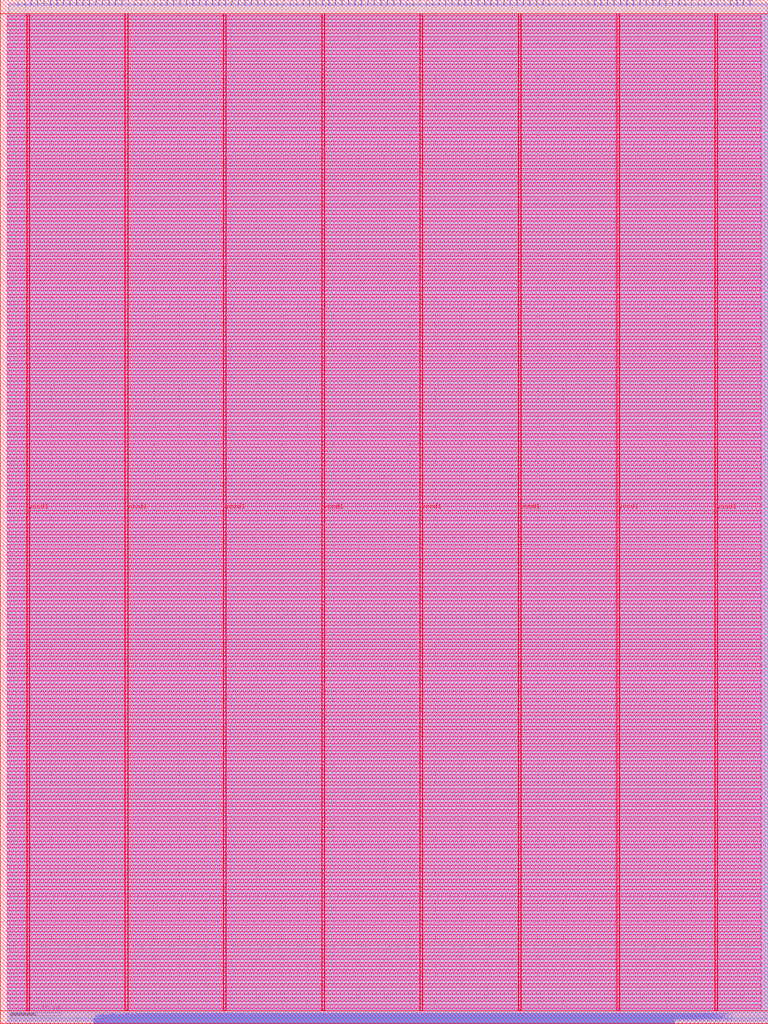
<source format=lef>
VERSION 5.7 ;
  NOWIREEXTENSIONATPIN ON ;
  DIVIDERCHAR "/" ;
  BUSBITCHARS "[]" ;
MACRO trainable_nn
  CLASS BLOCK ;
  FOREIGN trainable_nn ;
  ORIGIN 0.000 0.000 ;
  SIZE 600.000 BY 800.000 ;
  PIN io_in[0]
    DIRECTION INPUT ;
    USE SIGNAL ;
    PORT
      LAYER met2 ;
        RECT 13.890 796.000 14.170 800.000 ;
    END
  END io_in[0]
  PIN io_in[10]
    DIRECTION INPUT ;
    USE SIGNAL ;
    PORT
      LAYER met2 ;
        RECT 165.690 796.000 165.970 800.000 ;
    END
  END io_in[10]
  PIN io_in[11]
    DIRECTION INPUT ;
    USE SIGNAL ;
    PORT
      LAYER met2 ;
        RECT 180.870 796.000 181.150 800.000 ;
    END
  END io_in[11]
  PIN io_in[12]
    DIRECTION INPUT ;
    USE SIGNAL ;
    PORT
      LAYER met2 ;
        RECT 196.050 796.000 196.330 800.000 ;
    END
  END io_in[12]
  PIN io_in[13]
    DIRECTION INPUT ;
    USE SIGNAL ;
    PORT
      LAYER met2 ;
        RECT 211.230 796.000 211.510 800.000 ;
    END
  END io_in[13]
  PIN io_in[14]
    DIRECTION INPUT ;
    USE SIGNAL ;
    PORT
      LAYER met2 ;
        RECT 226.410 796.000 226.690 800.000 ;
    END
  END io_in[14]
  PIN io_in[15]
    DIRECTION INPUT ;
    USE SIGNAL ;
    PORT
      LAYER met2 ;
        RECT 241.590 796.000 241.870 800.000 ;
    END
  END io_in[15]
  PIN io_in[16]
    DIRECTION INPUT ;
    USE SIGNAL ;
    PORT
      LAYER met2 ;
        RECT 256.770 796.000 257.050 800.000 ;
    END
  END io_in[16]
  PIN io_in[17]
    DIRECTION INPUT ;
    USE SIGNAL ;
    PORT
      LAYER met2 ;
        RECT 271.950 796.000 272.230 800.000 ;
    END
  END io_in[17]
  PIN io_in[18]
    DIRECTION INPUT ;
    USE SIGNAL ;
    PORT
      LAYER met2 ;
        RECT 287.130 796.000 287.410 800.000 ;
    END
  END io_in[18]
  PIN io_in[19]
    DIRECTION INPUT ;
    USE SIGNAL ;
    PORT
      LAYER met2 ;
        RECT 302.310 796.000 302.590 800.000 ;
    END
  END io_in[19]
  PIN io_in[1]
    DIRECTION INPUT ;
    USE SIGNAL ;
    PORT
      LAYER met2 ;
        RECT 29.070 796.000 29.350 800.000 ;
    END
  END io_in[1]
  PIN io_in[20]
    DIRECTION INPUT ;
    USE SIGNAL ;
    PORT
      LAYER met2 ;
        RECT 317.490 796.000 317.770 800.000 ;
    END
  END io_in[20]
  PIN io_in[21]
    DIRECTION INPUT ;
    USE SIGNAL ;
    PORT
      LAYER met2 ;
        RECT 332.670 796.000 332.950 800.000 ;
    END
  END io_in[21]
  PIN io_in[22]
    DIRECTION INPUT ;
    USE SIGNAL ;
    PORT
      LAYER met2 ;
        RECT 347.850 796.000 348.130 800.000 ;
    END
  END io_in[22]
  PIN io_in[23]
    DIRECTION INPUT ;
    USE SIGNAL ;
    PORT
      LAYER met2 ;
        RECT 363.030 796.000 363.310 800.000 ;
    END
  END io_in[23]
  PIN io_in[24]
    DIRECTION INPUT ;
    USE SIGNAL ;
    PORT
      LAYER met2 ;
        RECT 378.210 796.000 378.490 800.000 ;
    END
  END io_in[24]
  PIN io_in[25]
    DIRECTION INPUT ;
    USE SIGNAL ;
    PORT
      LAYER met2 ;
        RECT 393.390 796.000 393.670 800.000 ;
    END
  END io_in[25]
  PIN io_in[26]
    DIRECTION INPUT ;
    USE SIGNAL ;
    PORT
      LAYER met2 ;
        RECT 408.570 796.000 408.850 800.000 ;
    END
  END io_in[26]
  PIN io_in[27]
    DIRECTION INPUT ;
    USE SIGNAL ;
    PORT
      LAYER met2 ;
        RECT 423.750 796.000 424.030 800.000 ;
    END
  END io_in[27]
  PIN io_in[28]
    DIRECTION INPUT ;
    USE SIGNAL ;
    PORT
      LAYER met2 ;
        RECT 438.930 796.000 439.210 800.000 ;
    END
  END io_in[28]
  PIN io_in[29]
    DIRECTION INPUT ;
    USE SIGNAL ;
    PORT
      LAYER met2 ;
        RECT 454.110 796.000 454.390 800.000 ;
    END
  END io_in[29]
  PIN io_in[2]
    DIRECTION INPUT ;
    USE SIGNAL ;
    PORT
      LAYER met2 ;
        RECT 44.250 796.000 44.530 800.000 ;
    END
  END io_in[2]
  PIN io_in[30]
    DIRECTION INPUT ;
    USE SIGNAL ;
    PORT
      LAYER met2 ;
        RECT 469.290 796.000 469.570 800.000 ;
    END
  END io_in[30]
  PIN io_in[31]
    DIRECTION INPUT ;
    USE SIGNAL ;
    PORT
      LAYER met2 ;
        RECT 484.470 796.000 484.750 800.000 ;
    END
  END io_in[31]
  PIN io_in[32]
    DIRECTION INPUT ;
    USE SIGNAL ;
    PORT
      LAYER met2 ;
        RECT 499.650 796.000 499.930 800.000 ;
    END
  END io_in[32]
  PIN io_in[33]
    DIRECTION INPUT ;
    USE SIGNAL ;
    PORT
      LAYER met2 ;
        RECT 514.830 796.000 515.110 800.000 ;
    END
  END io_in[33]
  PIN io_in[34]
    DIRECTION INPUT ;
    USE SIGNAL ;
    PORT
      LAYER met2 ;
        RECT 530.010 796.000 530.290 800.000 ;
    END
  END io_in[34]
  PIN io_in[35]
    DIRECTION INPUT ;
    USE SIGNAL ;
    PORT
      LAYER met2 ;
        RECT 545.190 796.000 545.470 800.000 ;
    END
  END io_in[35]
  PIN io_in[36]
    DIRECTION INPUT ;
    USE SIGNAL ;
    PORT
      LAYER met2 ;
        RECT 560.370 796.000 560.650 800.000 ;
    END
  END io_in[36]
  PIN io_in[37]
    DIRECTION INPUT ;
    USE SIGNAL ;
    PORT
      LAYER met2 ;
        RECT 575.550 796.000 575.830 800.000 ;
    END
  END io_in[37]
  PIN io_in[3]
    DIRECTION INPUT ;
    USE SIGNAL ;
    PORT
      LAYER met2 ;
        RECT 59.430 796.000 59.710 800.000 ;
    END
  END io_in[3]
  PIN io_in[4]
    DIRECTION INPUT ;
    USE SIGNAL ;
    PORT
      LAYER met2 ;
        RECT 74.610 796.000 74.890 800.000 ;
    END
  END io_in[4]
  PIN io_in[5]
    DIRECTION INPUT ;
    USE SIGNAL ;
    PORT
      LAYER met2 ;
        RECT 89.790 796.000 90.070 800.000 ;
    END
  END io_in[5]
  PIN io_in[6]
    DIRECTION INPUT ;
    USE SIGNAL ;
    PORT
      LAYER met2 ;
        RECT 104.970 796.000 105.250 800.000 ;
    END
  END io_in[6]
  PIN io_in[7]
    DIRECTION INPUT ;
    USE SIGNAL ;
    PORT
      LAYER met2 ;
        RECT 120.150 796.000 120.430 800.000 ;
    END
  END io_in[7]
  PIN io_in[8]
    DIRECTION INPUT ;
    USE SIGNAL ;
    PORT
      LAYER met2 ;
        RECT 135.330 796.000 135.610 800.000 ;
    END
  END io_in[8]
  PIN io_in[9]
    DIRECTION INPUT ;
    USE SIGNAL ;
    PORT
      LAYER met2 ;
        RECT 150.510 796.000 150.790 800.000 ;
    END
  END io_in[9]
  PIN io_oeb[0]
    DIRECTION OUTPUT TRISTATE ;
    USE SIGNAL ;
    PORT
      LAYER met2 ;
        RECT 18.950 796.000 19.230 800.000 ;
    END
  END io_oeb[0]
  PIN io_oeb[10]
    DIRECTION OUTPUT TRISTATE ;
    USE SIGNAL ;
    PORT
      LAYER met2 ;
        RECT 170.750 796.000 171.030 800.000 ;
    END
  END io_oeb[10]
  PIN io_oeb[11]
    DIRECTION OUTPUT TRISTATE ;
    USE SIGNAL ;
    PORT
      LAYER met2 ;
        RECT 185.930 796.000 186.210 800.000 ;
    END
  END io_oeb[11]
  PIN io_oeb[12]
    DIRECTION OUTPUT TRISTATE ;
    USE SIGNAL ;
    PORT
      LAYER met2 ;
        RECT 201.110 796.000 201.390 800.000 ;
    END
  END io_oeb[12]
  PIN io_oeb[13]
    DIRECTION OUTPUT TRISTATE ;
    USE SIGNAL ;
    PORT
      LAYER met2 ;
        RECT 216.290 796.000 216.570 800.000 ;
    END
  END io_oeb[13]
  PIN io_oeb[14]
    DIRECTION OUTPUT TRISTATE ;
    USE SIGNAL ;
    PORT
      LAYER met2 ;
        RECT 231.470 796.000 231.750 800.000 ;
    END
  END io_oeb[14]
  PIN io_oeb[15]
    DIRECTION OUTPUT TRISTATE ;
    USE SIGNAL ;
    PORT
      LAYER met2 ;
        RECT 246.650 796.000 246.930 800.000 ;
    END
  END io_oeb[15]
  PIN io_oeb[16]
    DIRECTION OUTPUT TRISTATE ;
    USE SIGNAL ;
    PORT
      LAYER met2 ;
        RECT 261.830 796.000 262.110 800.000 ;
    END
  END io_oeb[16]
  PIN io_oeb[17]
    DIRECTION OUTPUT TRISTATE ;
    USE SIGNAL ;
    PORT
      LAYER met2 ;
        RECT 277.010 796.000 277.290 800.000 ;
    END
  END io_oeb[17]
  PIN io_oeb[18]
    DIRECTION OUTPUT TRISTATE ;
    USE SIGNAL ;
    PORT
      LAYER met2 ;
        RECT 292.190 796.000 292.470 800.000 ;
    END
  END io_oeb[18]
  PIN io_oeb[19]
    DIRECTION OUTPUT TRISTATE ;
    USE SIGNAL ;
    PORT
      LAYER met2 ;
        RECT 307.370 796.000 307.650 800.000 ;
    END
  END io_oeb[19]
  PIN io_oeb[1]
    DIRECTION OUTPUT TRISTATE ;
    USE SIGNAL ;
    PORT
      LAYER met2 ;
        RECT 34.130 796.000 34.410 800.000 ;
    END
  END io_oeb[1]
  PIN io_oeb[20]
    DIRECTION OUTPUT TRISTATE ;
    USE SIGNAL ;
    PORT
      LAYER met2 ;
        RECT 322.550 796.000 322.830 800.000 ;
    END
  END io_oeb[20]
  PIN io_oeb[21]
    DIRECTION OUTPUT TRISTATE ;
    USE SIGNAL ;
    PORT
      LAYER met2 ;
        RECT 337.730 796.000 338.010 800.000 ;
    END
  END io_oeb[21]
  PIN io_oeb[22]
    DIRECTION OUTPUT TRISTATE ;
    USE SIGNAL ;
    PORT
      LAYER met2 ;
        RECT 352.910 796.000 353.190 800.000 ;
    END
  END io_oeb[22]
  PIN io_oeb[23]
    DIRECTION OUTPUT TRISTATE ;
    USE SIGNAL ;
    PORT
      LAYER met2 ;
        RECT 368.090 796.000 368.370 800.000 ;
    END
  END io_oeb[23]
  PIN io_oeb[24]
    DIRECTION OUTPUT TRISTATE ;
    USE SIGNAL ;
    PORT
      LAYER met2 ;
        RECT 383.270 796.000 383.550 800.000 ;
    END
  END io_oeb[24]
  PIN io_oeb[25]
    DIRECTION OUTPUT TRISTATE ;
    USE SIGNAL ;
    PORT
      LAYER met2 ;
        RECT 398.450 796.000 398.730 800.000 ;
    END
  END io_oeb[25]
  PIN io_oeb[26]
    DIRECTION OUTPUT TRISTATE ;
    USE SIGNAL ;
    PORT
      LAYER met2 ;
        RECT 413.630 796.000 413.910 800.000 ;
    END
  END io_oeb[26]
  PIN io_oeb[27]
    DIRECTION OUTPUT TRISTATE ;
    USE SIGNAL ;
    PORT
      LAYER met2 ;
        RECT 428.810 796.000 429.090 800.000 ;
    END
  END io_oeb[27]
  PIN io_oeb[28]
    DIRECTION OUTPUT TRISTATE ;
    USE SIGNAL ;
    PORT
      LAYER met2 ;
        RECT 443.990 796.000 444.270 800.000 ;
    END
  END io_oeb[28]
  PIN io_oeb[29]
    DIRECTION OUTPUT TRISTATE ;
    USE SIGNAL ;
    PORT
      LAYER met2 ;
        RECT 459.170 796.000 459.450 800.000 ;
    END
  END io_oeb[29]
  PIN io_oeb[2]
    DIRECTION OUTPUT TRISTATE ;
    USE SIGNAL ;
    PORT
      LAYER met2 ;
        RECT 49.310 796.000 49.590 800.000 ;
    END
  END io_oeb[2]
  PIN io_oeb[30]
    DIRECTION OUTPUT TRISTATE ;
    USE SIGNAL ;
    PORT
      LAYER met2 ;
        RECT 474.350 796.000 474.630 800.000 ;
    END
  END io_oeb[30]
  PIN io_oeb[31]
    DIRECTION OUTPUT TRISTATE ;
    USE SIGNAL ;
    PORT
      LAYER met2 ;
        RECT 489.530 796.000 489.810 800.000 ;
    END
  END io_oeb[31]
  PIN io_oeb[32]
    DIRECTION OUTPUT TRISTATE ;
    USE SIGNAL ;
    PORT
      LAYER met2 ;
        RECT 504.710 796.000 504.990 800.000 ;
    END
  END io_oeb[32]
  PIN io_oeb[33]
    DIRECTION OUTPUT TRISTATE ;
    USE SIGNAL ;
    PORT
      LAYER met2 ;
        RECT 519.890 796.000 520.170 800.000 ;
    END
  END io_oeb[33]
  PIN io_oeb[34]
    DIRECTION OUTPUT TRISTATE ;
    USE SIGNAL ;
    PORT
      LAYER met2 ;
        RECT 535.070 796.000 535.350 800.000 ;
    END
  END io_oeb[34]
  PIN io_oeb[35]
    DIRECTION OUTPUT TRISTATE ;
    USE SIGNAL ;
    PORT
      LAYER met2 ;
        RECT 550.250 796.000 550.530 800.000 ;
    END
  END io_oeb[35]
  PIN io_oeb[36]
    DIRECTION OUTPUT TRISTATE ;
    USE SIGNAL ;
    PORT
      LAYER met2 ;
        RECT 565.430 796.000 565.710 800.000 ;
    END
  END io_oeb[36]
  PIN io_oeb[37]
    DIRECTION OUTPUT TRISTATE ;
    USE SIGNAL ;
    PORT
      LAYER met2 ;
        RECT 580.610 796.000 580.890 800.000 ;
    END
  END io_oeb[37]
  PIN io_oeb[3]
    DIRECTION OUTPUT TRISTATE ;
    USE SIGNAL ;
    PORT
      LAYER met2 ;
        RECT 64.490 796.000 64.770 800.000 ;
    END
  END io_oeb[3]
  PIN io_oeb[4]
    DIRECTION OUTPUT TRISTATE ;
    USE SIGNAL ;
    PORT
      LAYER met2 ;
        RECT 79.670 796.000 79.950 800.000 ;
    END
  END io_oeb[4]
  PIN io_oeb[5]
    DIRECTION OUTPUT TRISTATE ;
    USE SIGNAL ;
    PORT
      LAYER met2 ;
        RECT 94.850 796.000 95.130 800.000 ;
    END
  END io_oeb[5]
  PIN io_oeb[6]
    DIRECTION OUTPUT TRISTATE ;
    USE SIGNAL ;
    PORT
      LAYER met2 ;
        RECT 110.030 796.000 110.310 800.000 ;
    END
  END io_oeb[6]
  PIN io_oeb[7]
    DIRECTION OUTPUT TRISTATE ;
    USE SIGNAL ;
    PORT
      LAYER met2 ;
        RECT 125.210 796.000 125.490 800.000 ;
    END
  END io_oeb[7]
  PIN io_oeb[8]
    DIRECTION OUTPUT TRISTATE ;
    USE SIGNAL ;
    PORT
      LAYER met2 ;
        RECT 140.390 796.000 140.670 800.000 ;
    END
  END io_oeb[8]
  PIN io_oeb[9]
    DIRECTION OUTPUT TRISTATE ;
    USE SIGNAL ;
    PORT
      LAYER met2 ;
        RECT 155.570 796.000 155.850 800.000 ;
    END
  END io_oeb[9]
  PIN io_out[0]
    DIRECTION OUTPUT TRISTATE ;
    USE SIGNAL ;
    PORT
      LAYER met2 ;
        RECT 24.010 796.000 24.290 800.000 ;
    END
  END io_out[0]
  PIN io_out[10]
    DIRECTION OUTPUT TRISTATE ;
    USE SIGNAL ;
    PORT
      LAYER met2 ;
        RECT 175.810 796.000 176.090 800.000 ;
    END
  END io_out[10]
  PIN io_out[11]
    DIRECTION OUTPUT TRISTATE ;
    USE SIGNAL ;
    PORT
      LAYER met2 ;
        RECT 190.990 796.000 191.270 800.000 ;
    END
  END io_out[11]
  PIN io_out[12]
    DIRECTION OUTPUT TRISTATE ;
    USE SIGNAL ;
    PORT
      LAYER met2 ;
        RECT 206.170 796.000 206.450 800.000 ;
    END
  END io_out[12]
  PIN io_out[13]
    DIRECTION OUTPUT TRISTATE ;
    USE SIGNAL ;
    PORT
      LAYER met2 ;
        RECT 221.350 796.000 221.630 800.000 ;
    END
  END io_out[13]
  PIN io_out[14]
    DIRECTION OUTPUT TRISTATE ;
    USE SIGNAL ;
    PORT
      LAYER met2 ;
        RECT 236.530 796.000 236.810 800.000 ;
    END
  END io_out[14]
  PIN io_out[15]
    DIRECTION OUTPUT TRISTATE ;
    USE SIGNAL ;
    PORT
      LAYER met2 ;
        RECT 251.710 796.000 251.990 800.000 ;
    END
  END io_out[15]
  PIN io_out[16]
    DIRECTION OUTPUT TRISTATE ;
    USE SIGNAL ;
    PORT
      LAYER met2 ;
        RECT 266.890 796.000 267.170 800.000 ;
    END
  END io_out[16]
  PIN io_out[17]
    DIRECTION OUTPUT TRISTATE ;
    USE SIGNAL ;
    PORT
      LAYER met2 ;
        RECT 282.070 796.000 282.350 800.000 ;
    END
  END io_out[17]
  PIN io_out[18]
    DIRECTION OUTPUT TRISTATE ;
    USE SIGNAL ;
    PORT
      LAYER met2 ;
        RECT 297.250 796.000 297.530 800.000 ;
    END
  END io_out[18]
  PIN io_out[19]
    DIRECTION OUTPUT TRISTATE ;
    USE SIGNAL ;
    PORT
      LAYER met2 ;
        RECT 312.430 796.000 312.710 800.000 ;
    END
  END io_out[19]
  PIN io_out[1]
    DIRECTION OUTPUT TRISTATE ;
    USE SIGNAL ;
    PORT
      LAYER met2 ;
        RECT 39.190 796.000 39.470 800.000 ;
    END
  END io_out[1]
  PIN io_out[20]
    DIRECTION OUTPUT TRISTATE ;
    USE SIGNAL ;
    PORT
      LAYER met2 ;
        RECT 327.610 796.000 327.890 800.000 ;
    END
  END io_out[20]
  PIN io_out[21]
    DIRECTION OUTPUT TRISTATE ;
    USE SIGNAL ;
    PORT
      LAYER met2 ;
        RECT 342.790 796.000 343.070 800.000 ;
    END
  END io_out[21]
  PIN io_out[22]
    DIRECTION OUTPUT TRISTATE ;
    USE SIGNAL ;
    PORT
      LAYER met2 ;
        RECT 357.970 796.000 358.250 800.000 ;
    END
  END io_out[22]
  PIN io_out[23]
    DIRECTION OUTPUT TRISTATE ;
    USE SIGNAL ;
    PORT
      LAYER met2 ;
        RECT 373.150 796.000 373.430 800.000 ;
    END
  END io_out[23]
  PIN io_out[24]
    DIRECTION OUTPUT TRISTATE ;
    USE SIGNAL ;
    PORT
      LAYER met2 ;
        RECT 388.330 796.000 388.610 800.000 ;
    END
  END io_out[24]
  PIN io_out[25]
    DIRECTION OUTPUT TRISTATE ;
    USE SIGNAL ;
    PORT
      LAYER met2 ;
        RECT 403.510 796.000 403.790 800.000 ;
    END
  END io_out[25]
  PIN io_out[26]
    DIRECTION OUTPUT TRISTATE ;
    USE SIGNAL ;
    PORT
      LAYER met2 ;
        RECT 418.690 796.000 418.970 800.000 ;
    END
  END io_out[26]
  PIN io_out[27]
    DIRECTION OUTPUT TRISTATE ;
    USE SIGNAL ;
    PORT
      LAYER met2 ;
        RECT 433.870 796.000 434.150 800.000 ;
    END
  END io_out[27]
  PIN io_out[28]
    DIRECTION OUTPUT TRISTATE ;
    USE SIGNAL ;
    PORT
      LAYER met2 ;
        RECT 449.050 796.000 449.330 800.000 ;
    END
  END io_out[28]
  PIN io_out[29]
    DIRECTION OUTPUT TRISTATE ;
    USE SIGNAL ;
    PORT
      LAYER met2 ;
        RECT 464.230 796.000 464.510 800.000 ;
    END
  END io_out[29]
  PIN io_out[2]
    DIRECTION OUTPUT TRISTATE ;
    USE SIGNAL ;
    PORT
      LAYER met2 ;
        RECT 54.370 796.000 54.650 800.000 ;
    END
  END io_out[2]
  PIN io_out[30]
    DIRECTION OUTPUT TRISTATE ;
    USE SIGNAL ;
    PORT
      LAYER met2 ;
        RECT 479.410 796.000 479.690 800.000 ;
    END
  END io_out[30]
  PIN io_out[31]
    DIRECTION OUTPUT TRISTATE ;
    USE SIGNAL ;
    PORT
      LAYER met2 ;
        RECT 494.590 796.000 494.870 800.000 ;
    END
  END io_out[31]
  PIN io_out[32]
    DIRECTION OUTPUT TRISTATE ;
    USE SIGNAL ;
    PORT
      LAYER met2 ;
        RECT 509.770 796.000 510.050 800.000 ;
    END
  END io_out[32]
  PIN io_out[33]
    DIRECTION OUTPUT TRISTATE ;
    USE SIGNAL ;
    PORT
      LAYER met2 ;
        RECT 524.950 796.000 525.230 800.000 ;
    END
  END io_out[33]
  PIN io_out[34]
    DIRECTION OUTPUT TRISTATE ;
    USE SIGNAL ;
    PORT
      LAYER met2 ;
        RECT 540.130 796.000 540.410 800.000 ;
    END
  END io_out[34]
  PIN io_out[35]
    DIRECTION OUTPUT TRISTATE ;
    USE SIGNAL ;
    PORT
      LAYER met2 ;
        RECT 555.310 796.000 555.590 800.000 ;
    END
  END io_out[35]
  PIN io_out[36]
    DIRECTION OUTPUT TRISTATE ;
    USE SIGNAL ;
    PORT
      LAYER met2 ;
        RECT 570.490 796.000 570.770 800.000 ;
    END
  END io_out[36]
  PIN io_out[37]
    DIRECTION OUTPUT TRISTATE ;
    USE SIGNAL ;
    PORT
      LAYER met2 ;
        RECT 585.670 796.000 585.950 800.000 ;
    END
  END io_out[37]
  PIN io_out[3]
    DIRECTION OUTPUT TRISTATE ;
    USE SIGNAL ;
    PORT
      LAYER met2 ;
        RECT 69.550 796.000 69.830 800.000 ;
    END
  END io_out[3]
  PIN io_out[4]
    DIRECTION OUTPUT TRISTATE ;
    USE SIGNAL ;
    PORT
      LAYER met2 ;
        RECT 84.730 796.000 85.010 800.000 ;
    END
  END io_out[4]
  PIN io_out[5]
    DIRECTION OUTPUT TRISTATE ;
    USE SIGNAL ;
    PORT
      LAYER met2 ;
        RECT 99.910 796.000 100.190 800.000 ;
    END
  END io_out[5]
  PIN io_out[6]
    DIRECTION OUTPUT TRISTATE ;
    USE SIGNAL ;
    PORT
      LAYER met2 ;
        RECT 115.090 796.000 115.370 800.000 ;
    END
  END io_out[6]
  PIN io_out[7]
    DIRECTION OUTPUT TRISTATE ;
    USE SIGNAL ;
    PORT
      LAYER met2 ;
        RECT 130.270 796.000 130.550 800.000 ;
    END
  END io_out[7]
  PIN io_out[8]
    DIRECTION OUTPUT TRISTATE ;
    USE SIGNAL ;
    PORT
      LAYER met2 ;
        RECT 145.450 796.000 145.730 800.000 ;
    END
  END io_out[8]
  PIN io_out[9]
    DIRECTION OUTPUT TRISTATE ;
    USE SIGNAL ;
    PORT
      LAYER met2 ;
        RECT 160.630 796.000 160.910 800.000 ;
    END
  END io_out[9]
  PIN irq[0]
    DIRECTION OUTPUT TRISTATE ;
    USE SIGNAL ;
    PORT
      LAYER met2 ;
        RECT 524.030 0.000 524.310 4.000 ;
    END
  END irq[0]
  PIN irq[1]
    DIRECTION OUTPUT TRISTATE ;
    USE SIGNAL ;
    PORT
      LAYER met2 ;
        RECT 524.950 0.000 525.230 4.000 ;
    END
  END irq[1]
  PIN irq[2]
    DIRECTION OUTPUT TRISTATE ;
    USE SIGNAL ;
    PORT
      LAYER met2 ;
        RECT 525.870 0.000 526.150 4.000 ;
    END
  END irq[2]
  PIN la_data_in[0]
    DIRECTION INPUT ;
    USE SIGNAL ;
    PORT
      LAYER met2 ;
        RECT 170.750 0.000 171.030 4.000 ;
    END
  END la_data_in[0]
  PIN la_data_in[100]
    DIRECTION INPUT ;
    USE SIGNAL ;
    PORT
      LAYER met2 ;
        RECT 446.750 0.000 447.030 4.000 ;
    END
  END la_data_in[100]
  PIN la_data_in[101]
    DIRECTION INPUT ;
    USE SIGNAL ;
    PORT
      LAYER met2 ;
        RECT 449.510 0.000 449.790 4.000 ;
    END
  END la_data_in[101]
  PIN la_data_in[102]
    DIRECTION INPUT ;
    USE SIGNAL ;
    PORT
      LAYER met2 ;
        RECT 452.270 0.000 452.550 4.000 ;
    END
  END la_data_in[102]
  PIN la_data_in[103]
    DIRECTION INPUT ;
    USE SIGNAL ;
    PORT
      LAYER met2 ;
        RECT 455.030 0.000 455.310 4.000 ;
    END
  END la_data_in[103]
  PIN la_data_in[104]
    DIRECTION INPUT ;
    USE SIGNAL ;
    PORT
      LAYER met2 ;
        RECT 457.790 0.000 458.070 4.000 ;
    END
  END la_data_in[104]
  PIN la_data_in[105]
    DIRECTION INPUT ;
    USE SIGNAL ;
    PORT
      LAYER met2 ;
        RECT 460.550 0.000 460.830 4.000 ;
    END
  END la_data_in[105]
  PIN la_data_in[106]
    DIRECTION INPUT ;
    USE SIGNAL ;
    PORT
      LAYER met2 ;
        RECT 463.310 0.000 463.590 4.000 ;
    END
  END la_data_in[106]
  PIN la_data_in[107]
    DIRECTION INPUT ;
    USE SIGNAL ;
    PORT
      LAYER met2 ;
        RECT 466.070 0.000 466.350 4.000 ;
    END
  END la_data_in[107]
  PIN la_data_in[108]
    DIRECTION INPUT ;
    USE SIGNAL ;
    PORT
      LAYER met2 ;
        RECT 468.830 0.000 469.110 4.000 ;
    END
  END la_data_in[108]
  PIN la_data_in[109]
    DIRECTION INPUT ;
    USE SIGNAL ;
    PORT
      LAYER met2 ;
        RECT 471.590 0.000 471.870 4.000 ;
    END
  END la_data_in[109]
  PIN la_data_in[10]
    DIRECTION INPUT ;
    USE SIGNAL ;
    PORT
      LAYER met2 ;
        RECT 198.350 0.000 198.630 4.000 ;
    END
  END la_data_in[10]
  PIN la_data_in[110]
    DIRECTION INPUT ;
    USE SIGNAL ;
    PORT
      LAYER met2 ;
        RECT 474.350 0.000 474.630 4.000 ;
    END
  END la_data_in[110]
  PIN la_data_in[111]
    DIRECTION INPUT ;
    USE SIGNAL ;
    PORT
      LAYER met2 ;
        RECT 477.110 0.000 477.390 4.000 ;
    END
  END la_data_in[111]
  PIN la_data_in[112]
    DIRECTION INPUT ;
    USE SIGNAL ;
    PORT
      LAYER met2 ;
        RECT 479.870 0.000 480.150 4.000 ;
    END
  END la_data_in[112]
  PIN la_data_in[113]
    DIRECTION INPUT ;
    USE SIGNAL ;
    PORT
      LAYER met2 ;
        RECT 482.630 0.000 482.910 4.000 ;
    END
  END la_data_in[113]
  PIN la_data_in[114]
    DIRECTION INPUT ;
    USE SIGNAL ;
    PORT
      LAYER met2 ;
        RECT 485.390 0.000 485.670 4.000 ;
    END
  END la_data_in[114]
  PIN la_data_in[115]
    DIRECTION INPUT ;
    USE SIGNAL ;
    PORT
      LAYER met2 ;
        RECT 488.150 0.000 488.430 4.000 ;
    END
  END la_data_in[115]
  PIN la_data_in[116]
    DIRECTION INPUT ;
    USE SIGNAL ;
    PORT
      LAYER met2 ;
        RECT 490.910 0.000 491.190 4.000 ;
    END
  END la_data_in[116]
  PIN la_data_in[117]
    DIRECTION INPUT ;
    USE SIGNAL ;
    PORT
      LAYER met2 ;
        RECT 493.670 0.000 493.950 4.000 ;
    END
  END la_data_in[117]
  PIN la_data_in[118]
    DIRECTION INPUT ;
    USE SIGNAL ;
    PORT
      LAYER met2 ;
        RECT 496.430 0.000 496.710 4.000 ;
    END
  END la_data_in[118]
  PIN la_data_in[119]
    DIRECTION INPUT ;
    USE SIGNAL ;
    PORT
      LAYER met2 ;
        RECT 499.190 0.000 499.470 4.000 ;
    END
  END la_data_in[119]
  PIN la_data_in[11]
    DIRECTION INPUT ;
    USE SIGNAL ;
    PORT
      LAYER met2 ;
        RECT 201.110 0.000 201.390 4.000 ;
    END
  END la_data_in[11]
  PIN la_data_in[120]
    DIRECTION INPUT ;
    USE SIGNAL ;
    PORT
      LAYER met2 ;
        RECT 501.950 0.000 502.230 4.000 ;
    END
  END la_data_in[120]
  PIN la_data_in[121]
    DIRECTION INPUT ;
    USE SIGNAL ;
    PORT
      LAYER met2 ;
        RECT 504.710 0.000 504.990 4.000 ;
    END
  END la_data_in[121]
  PIN la_data_in[122]
    DIRECTION INPUT ;
    USE SIGNAL ;
    PORT
      LAYER met2 ;
        RECT 507.470 0.000 507.750 4.000 ;
    END
  END la_data_in[122]
  PIN la_data_in[123]
    DIRECTION INPUT ;
    USE SIGNAL ;
    PORT
      LAYER met2 ;
        RECT 510.230 0.000 510.510 4.000 ;
    END
  END la_data_in[123]
  PIN la_data_in[124]
    DIRECTION INPUT ;
    USE SIGNAL ;
    PORT
      LAYER met2 ;
        RECT 512.990 0.000 513.270 4.000 ;
    END
  END la_data_in[124]
  PIN la_data_in[125]
    DIRECTION INPUT ;
    USE SIGNAL ;
    PORT
      LAYER met2 ;
        RECT 515.750 0.000 516.030 4.000 ;
    END
  END la_data_in[125]
  PIN la_data_in[126]
    DIRECTION INPUT ;
    USE SIGNAL ;
    PORT
      LAYER met2 ;
        RECT 518.510 0.000 518.790 4.000 ;
    END
  END la_data_in[126]
  PIN la_data_in[127]
    DIRECTION INPUT ;
    USE SIGNAL ;
    PORT
      LAYER met2 ;
        RECT 521.270 0.000 521.550 4.000 ;
    END
  END la_data_in[127]
  PIN la_data_in[12]
    DIRECTION INPUT ;
    USE SIGNAL ;
    PORT
      LAYER met2 ;
        RECT 203.870 0.000 204.150 4.000 ;
    END
  END la_data_in[12]
  PIN la_data_in[13]
    DIRECTION INPUT ;
    USE SIGNAL ;
    PORT
      LAYER met2 ;
        RECT 206.630 0.000 206.910 4.000 ;
    END
  END la_data_in[13]
  PIN la_data_in[14]
    DIRECTION INPUT ;
    USE SIGNAL ;
    PORT
      LAYER met2 ;
        RECT 209.390 0.000 209.670 4.000 ;
    END
  END la_data_in[14]
  PIN la_data_in[15]
    DIRECTION INPUT ;
    USE SIGNAL ;
    PORT
      LAYER met2 ;
        RECT 212.150 0.000 212.430 4.000 ;
    END
  END la_data_in[15]
  PIN la_data_in[16]
    DIRECTION INPUT ;
    USE SIGNAL ;
    PORT
      LAYER met2 ;
        RECT 214.910 0.000 215.190 4.000 ;
    END
  END la_data_in[16]
  PIN la_data_in[17]
    DIRECTION INPUT ;
    USE SIGNAL ;
    PORT
      LAYER met2 ;
        RECT 217.670 0.000 217.950 4.000 ;
    END
  END la_data_in[17]
  PIN la_data_in[18]
    DIRECTION INPUT ;
    USE SIGNAL ;
    PORT
      LAYER met2 ;
        RECT 220.430 0.000 220.710 4.000 ;
    END
  END la_data_in[18]
  PIN la_data_in[19]
    DIRECTION INPUT ;
    USE SIGNAL ;
    PORT
      LAYER met2 ;
        RECT 223.190 0.000 223.470 4.000 ;
    END
  END la_data_in[19]
  PIN la_data_in[1]
    DIRECTION INPUT ;
    USE SIGNAL ;
    PORT
      LAYER met2 ;
        RECT 173.510 0.000 173.790 4.000 ;
    END
  END la_data_in[1]
  PIN la_data_in[20]
    DIRECTION INPUT ;
    USE SIGNAL ;
    PORT
      LAYER met2 ;
        RECT 225.950 0.000 226.230 4.000 ;
    END
  END la_data_in[20]
  PIN la_data_in[21]
    DIRECTION INPUT ;
    USE SIGNAL ;
    PORT
      LAYER met2 ;
        RECT 228.710 0.000 228.990 4.000 ;
    END
  END la_data_in[21]
  PIN la_data_in[22]
    DIRECTION INPUT ;
    USE SIGNAL ;
    PORT
      LAYER met2 ;
        RECT 231.470 0.000 231.750 4.000 ;
    END
  END la_data_in[22]
  PIN la_data_in[23]
    DIRECTION INPUT ;
    USE SIGNAL ;
    PORT
      LAYER met2 ;
        RECT 234.230 0.000 234.510 4.000 ;
    END
  END la_data_in[23]
  PIN la_data_in[24]
    DIRECTION INPUT ;
    USE SIGNAL ;
    PORT
      LAYER met2 ;
        RECT 236.990 0.000 237.270 4.000 ;
    END
  END la_data_in[24]
  PIN la_data_in[25]
    DIRECTION INPUT ;
    USE SIGNAL ;
    PORT
      LAYER met2 ;
        RECT 239.750 0.000 240.030 4.000 ;
    END
  END la_data_in[25]
  PIN la_data_in[26]
    DIRECTION INPUT ;
    USE SIGNAL ;
    PORT
      LAYER met2 ;
        RECT 242.510 0.000 242.790 4.000 ;
    END
  END la_data_in[26]
  PIN la_data_in[27]
    DIRECTION INPUT ;
    USE SIGNAL ;
    PORT
      LAYER met2 ;
        RECT 245.270 0.000 245.550 4.000 ;
    END
  END la_data_in[27]
  PIN la_data_in[28]
    DIRECTION INPUT ;
    USE SIGNAL ;
    PORT
      LAYER met2 ;
        RECT 248.030 0.000 248.310 4.000 ;
    END
  END la_data_in[28]
  PIN la_data_in[29]
    DIRECTION INPUT ;
    USE SIGNAL ;
    PORT
      LAYER met2 ;
        RECT 250.790 0.000 251.070 4.000 ;
    END
  END la_data_in[29]
  PIN la_data_in[2]
    DIRECTION INPUT ;
    USE SIGNAL ;
    PORT
      LAYER met2 ;
        RECT 176.270 0.000 176.550 4.000 ;
    END
  END la_data_in[2]
  PIN la_data_in[30]
    DIRECTION INPUT ;
    USE SIGNAL ;
    PORT
      LAYER met2 ;
        RECT 253.550 0.000 253.830 4.000 ;
    END
  END la_data_in[30]
  PIN la_data_in[31]
    DIRECTION INPUT ;
    USE SIGNAL ;
    PORT
      LAYER met2 ;
        RECT 256.310 0.000 256.590 4.000 ;
    END
  END la_data_in[31]
  PIN la_data_in[32]
    DIRECTION INPUT ;
    USE SIGNAL ;
    PORT
      LAYER met2 ;
        RECT 259.070 0.000 259.350 4.000 ;
    END
  END la_data_in[32]
  PIN la_data_in[33]
    DIRECTION INPUT ;
    USE SIGNAL ;
    PORT
      LAYER met2 ;
        RECT 261.830 0.000 262.110 4.000 ;
    END
  END la_data_in[33]
  PIN la_data_in[34]
    DIRECTION INPUT ;
    USE SIGNAL ;
    PORT
      LAYER met2 ;
        RECT 264.590 0.000 264.870 4.000 ;
    END
  END la_data_in[34]
  PIN la_data_in[35]
    DIRECTION INPUT ;
    USE SIGNAL ;
    PORT
      LAYER met2 ;
        RECT 267.350 0.000 267.630 4.000 ;
    END
  END la_data_in[35]
  PIN la_data_in[36]
    DIRECTION INPUT ;
    USE SIGNAL ;
    PORT
      LAYER met2 ;
        RECT 270.110 0.000 270.390 4.000 ;
    END
  END la_data_in[36]
  PIN la_data_in[37]
    DIRECTION INPUT ;
    USE SIGNAL ;
    PORT
      LAYER met2 ;
        RECT 272.870 0.000 273.150 4.000 ;
    END
  END la_data_in[37]
  PIN la_data_in[38]
    DIRECTION INPUT ;
    USE SIGNAL ;
    PORT
      LAYER met2 ;
        RECT 275.630 0.000 275.910 4.000 ;
    END
  END la_data_in[38]
  PIN la_data_in[39]
    DIRECTION INPUT ;
    USE SIGNAL ;
    PORT
      LAYER met2 ;
        RECT 278.390 0.000 278.670 4.000 ;
    END
  END la_data_in[39]
  PIN la_data_in[3]
    DIRECTION INPUT ;
    USE SIGNAL ;
    PORT
      LAYER met2 ;
        RECT 179.030 0.000 179.310 4.000 ;
    END
  END la_data_in[3]
  PIN la_data_in[40]
    DIRECTION INPUT ;
    USE SIGNAL ;
    PORT
      LAYER met2 ;
        RECT 281.150 0.000 281.430 4.000 ;
    END
  END la_data_in[40]
  PIN la_data_in[41]
    DIRECTION INPUT ;
    USE SIGNAL ;
    PORT
      LAYER met2 ;
        RECT 283.910 0.000 284.190 4.000 ;
    END
  END la_data_in[41]
  PIN la_data_in[42]
    DIRECTION INPUT ;
    USE SIGNAL ;
    PORT
      LAYER met2 ;
        RECT 286.670 0.000 286.950 4.000 ;
    END
  END la_data_in[42]
  PIN la_data_in[43]
    DIRECTION INPUT ;
    USE SIGNAL ;
    PORT
      LAYER met2 ;
        RECT 289.430 0.000 289.710 4.000 ;
    END
  END la_data_in[43]
  PIN la_data_in[44]
    DIRECTION INPUT ;
    USE SIGNAL ;
    PORT
      LAYER met2 ;
        RECT 292.190 0.000 292.470 4.000 ;
    END
  END la_data_in[44]
  PIN la_data_in[45]
    DIRECTION INPUT ;
    USE SIGNAL ;
    PORT
      LAYER met2 ;
        RECT 294.950 0.000 295.230 4.000 ;
    END
  END la_data_in[45]
  PIN la_data_in[46]
    DIRECTION INPUT ;
    USE SIGNAL ;
    PORT
      LAYER met2 ;
        RECT 297.710 0.000 297.990 4.000 ;
    END
  END la_data_in[46]
  PIN la_data_in[47]
    DIRECTION INPUT ;
    USE SIGNAL ;
    PORT
      LAYER met2 ;
        RECT 300.470 0.000 300.750 4.000 ;
    END
  END la_data_in[47]
  PIN la_data_in[48]
    DIRECTION INPUT ;
    USE SIGNAL ;
    PORT
      LAYER met2 ;
        RECT 303.230 0.000 303.510 4.000 ;
    END
  END la_data_in[48]
  PIN la_data_in[49]
    DIRECTION INPUT ;
    USE SIGNAL ;
    PORT
      LAYER met2 ;
        RECT 305.990 0.000 306.270 4.000 ;
    END
  END la_data_in[49]
  PIN la_data_in[4]
    DIRECTION INPUT ;
    USE SIGNAL ;
    PORT
      LAYER met2 ;
        RECT 181.790 0.000 182.070 4.000 ;
    END
  END la_data_in[4]
  PIN la_data_in[50]
    DIRECTION INPUT ;
    USE SIGNAL ;
    PORT
      LAYER met2 ;
        RECT 308.750 0.000 309.030 4.000 ;
    END
  END la_data_in[50]
  PIN la_data_in[51]
    DIRECTION INPUT ;
    USE SIGNAL ;
    PORT
      LAYER met2 ;
        RECT 311.510 0.000 311.790 4.000 ;
    END
  END la_data_in[51]
  PIN la_data_in[52]
    DIRECTION INPUT ;
    USE SIGNAL ;
    PORT
      LAYER met2 ;
        RECT 314.270 0.000 314.550 4.000 ;
    END
  END la_data_in[52]
  PIN la_data_in[53]
    DIRECTION INPUT ;
    USE SIGNAL ;
    PORT
      LAYER met2 ;
        RECT 317.030 0.000 317.310 4.000 ;
    END
  END la_data_in[53]
  PIN la_data_in[54]
    DIRECTION INPUT ;
    USE SIGNAL ;
    PORT
      LAYER met2 ;
        RECT 319.790 0.000 320.070 4.000 ;
    END
  END la_data_in[54]
  PIN la_data_in[55]
    DIRECTION INPUT ;
    USE SIGNAL ;
    PORT
      LAYER met2 ;
        RECT 322.550 0.000 322.830 4.000 ;
    END
  END la_data_in[55]
  PIN la_data_in[56]
    DIRECTION INPUT ;
    USE SIGNAL ;
    PORT
      LAYER met2 ;
        RECT 325.310 0.000 325.590 4.000 ;
    END
  END la_data_in[56]
  PIN la_data_in[57]
    DIRECTION INPUT ;
    USE SIGNAL ;
    PORT
      LAYER met2 ;
        RECT 328.070 0.000 328.350 4.000 ;
    END
  END la_data_in[57]
  PIN la_data_in[58]
    DIRECTION INPUT ;
    USE SIGNAL ;
    PORT
      LAYER met2 ;
        RECT 330.830 0.000 331.110 4.000 ;
    END
  END la_data_in[58]
  PIN la_data_in[59]
    DIRECTION INPUT ;
    USE SIGNAL ;
    PORT
      LAYER met2 ;
        RECT 333.590 0.000 333.870 4.000 ;
    END
  END la_data_in[59]
  PIN la_data_in[5]
    DIRECTION INPUT ;
    USE SIGNAL ;
    PORT
      LAYER met2 ;
        RECT 184.550 0.000 184.830 4.000 ;
    END
  END la_data_in[5]
  PIN la_data_in[60]
    DIRECTION INPUT ;
    USE SIGNAL ;
    PORT
      LAYER met2 ;
        RECT 336.350 0.000 336.630 4.000 ;
    END
  END la_data_in[60]
  PIN la_data_in[61]
    DIRECTION INPUT ;
    USE SIGNAL ;
    PORT
      LAYER met2 ;
        RECT 339.110 0.000 339.390 4.000 ;
    END
  END la_data_in[61]
  PIN la_data_in[62]
    DIRECTION INPUT ;
    USE SIGNAL ;
    PORT
      LAYER met2 ;
        RECT 341.870 0.000 342.150 4.000 ;
    END
  END la_data_in[62]
  PIN la_data_in[63]
    DIRECTION INPUT ;
    USE SIGNAL ;
    PORT
      LAYER met2 ;
        RECT 344.630 0.000 344.910 4.000 ;
    END
  END la_data_in[63]
  PIN la_data_in[64]
    DIRECTION INPUT ;
    USE SIGNAL ;
    PORT
      LAYER met2 ;
        RECT 347.390 0.000 347.670 4.000 ;
    END
  END la_data_in[64]
  PIN la_data_in[65]
    DIRECTION INPUT ;
    USE SIGNAL ;
    PORT
      LAYER met2 ;
        RECT 350.150 0.000 350.430 4.000 ;
    END
  END la_data_in[65]
  PIN la_data_in[66]
    DIRECTION INPUT ;
    USE SIGNAL ;
    PORT
      LAYER met2 ;
        RECT 352.910 0.000 353.190 4.000 ;
    END
  END la_data_in[66]
  PIN la_data_in[67]
    DIRECTION INPUT ;
    USE SIGNAL ;
    PORT
      LAYER met2 ;
        RECT 355.670 0.000 355.950 4.000 ;
    END
  END la_data_in[67]
  PIN la_data_in[68]
    DIRECTION INPUT ;
    USE SIGNAL ;
    PORT
      LAYER met2 ;
        RECT 358.430 0.000 358.710 4.000 ;
    END
  END la_data_in[68]
  PIN la_data_in[69]
    DIRECTION INPUT ;
    USE SIGNAL ;
    PORT
      LAYER met2 ;
        RECT 361.190 0.000 361.470 4.000 ;
    END
  END la_data_in[69]
  PIN la_data_in[6]
    DIRECTION INPUT ;
    USE SIGNAL ;
    PORT
      LAYER met2 ;
        RECT 187.310 0.000 187.590 4.000 ;
    END
  END la_data_in[6]
  PIN la_data_in[70]
    DIRECTION INPUT ;
    USE SIGNAL ;
    PORT
      LAYER met2 ;
        RECT 363.950 0.000 364.230 4.000 ;
    END
  END la_data_in[70]
  PIN la_data_in[71]
    DIRECTION INPUT ;
    USE SIGNAL ;
    PORT
      LAYER met2 ;
        RECT 366.710 0.000 366.990 4.000 ;
    END
  END la_data_in[71]
  PIN la_data_in[72]
    DIRECTION INPUT ;
    USE SIGNAL ;
    PORT
      LAYER met2 ;
        RECT 369.470 0.000 369.750 4.000 ;
    END
  END la_data_in[72]
  PIN la_data_in[73]
    DIRECTION INPUT ;
    USE SIGNAL ;
    PORT
      LAYER met2 ;
        RECT 372.230 0.000 372.510 4.000 ;
    END
  END la_data_in[73]
  PIN la_data_in[74]
    DIRECTION INPUT ;
    USE SIGNAL ;
    PORT
      LAYER met2 ;
        RECT 374.990 0.000 375.270 4.000 ;
    END
  END la_data_in[74]
  PIN la_data_in[75]
    DIRECTION INPUT ;
    USE SIGNAL ;
    PORT
      LAYER met2 ;
        RECT 377.750 0.000 378.030 4.000 ;
    END
  END la_data_in[75]
  PIN la_data_in[76]
    DIRECTION INPUT ;
    USE SIGNAL ;
    PORT
      LAYER met2 ;
        RECT 380.510 0.000 380.790 4.000 ;
    END
  END la_data_in[76]
  PIN la_data_in[77]
    DIRECTION INPUT ;
    USE SIGNAL ;
    PORT
      LAYER met2 ;
        RECT 383.270 0.000 383.550 4.000 ;
    END
  END la_data_in[77]
  PIN la_data_in[78]
    DIRECTION INPUT ;
    USE SIGNAL ;
    PORT
      LAYER met2 ;
        RECT 386.030 0.000 386.310 4.000 ;
    END
  END la_data_in[78]
  PIN la_data_in[79]
    DIRECTION INPUT ;
    USE SIGNAL ;
    PORT
      LAYER met2 ;
        RECT 388.790 0.000 389.070 4.000 ;
    END
  END la_data_in[79]
  PIN la_data_in[7]
    DIRECTION INPUT ;
    USE SIGNAL ;
    PORT
      LAYER met2 ;
        RECT 190.070 0.000 190.350 4.000 ;
    END
  END la_data_in[7]
  PIN la_data_in[80]
    DIRECTION INPUT ;
    USE SIGNAL ;
    PORT
      LAYER met2 ;
        RECT 391.550 0.000 391.830 4.000 ;
    END
  END la_data_in[80]
  PIN la_data_in[81]
    DIRECTION INPUT ;
    USE SIGNAL ;
    PORT
      LAYER met2 ;
        RECT 394.310 0.000 394.590 4.000 ;
    END
  END la_data_in[81]
  PIN la_data_in[82]
    DIRECTION INPUT ;
    USE SIGNAL ;
    PORT
      LAYER met2 ;
        RECT 397.070 0.000 397.350 4.000 ;
    END
  END la_data_in[82]
  PIN la_data_in[83]
    DIRECTION INPUT ;
    USE SIGNAL ;
    PORT
      LAYER met2 ;
        RECT 399.830 0.000 400.110 4.000 ;
    END
  END la_data_in[83]
  PIN la_data_in[84]
    DIRECTION INPUT ;
    USE SIGNAL ;
    PORT
      LAYER met2 ;
        RECT 402.590 0.000 402.870 4.000 ;
    END
  END la_data_in[84]
  PIN la_data_in[85]
    DIRECTION INPUT ;
    USE SIGNAL ;
    PORT
      LAYER met2 ;
        RECT 405.350 0.000 405.630 4.000 ;
    END
  END la_data_in[85]
  PIN la_data_in[86]
    DIRECTION INPUT ;
    USE SIGNAL ;
    PORT
      LAYER met2 ;
        RECT 408.110 0.000 408.390 4.000 ;
    END
  END la_data_in[86]
  PIN la_data_in[87]
    DIRECTION INPUT ;
    USE SIGNAL ;
    PORT
      LAYER met2 ;
        RECT 410.870 0.000 411.150 4.000 ;
    END
  END la_data_in[87]
  PIN la_data_in[88]
    DIRECTION INPUT ;
    USE SIGNAL ;
    PORT
      LAYER met2 ;
        RECT 413.630 0.000 413.910 4.000 ;
    END
  END la_data_in[88]
  PIN la_data_in[89]
    DIRECTION INPUT ;
    USE SIGNAL ;
    PORT
      LAYER met2 ;
        RECT 416.390 0.000 416.670 4.000 ;
    END
  END la_data_in[89]
  PIN la_data_in[8]
    DIRECTION INPUT ;
    USE SIGNAL ;
    PORT
      LAYER met2 ;
        RECT 192.830 0.000 193.110 4.000 ;
    END
  END la_data_in[8]
  PIN la_data_in[90]
    DIRECTION INPUT ;
    USE SIGNAL ;
    PORT
      LAYER met2 ;
        RECT 419.150 0.000 419.430 4.000 ;
    END
  END la_data_in[90]
  PIN la_data_in[91]
    DIRECTION INPUT ;
    USE SIGNAL ;
    PORT
      LAYER met2 ;
        RECT 421.910 0.000 422.190 4.000 ;
    END
  END la_data_in[91]
  PIN la_data_in[92]
    DIRECTION INPUT ;
    USE SIGNAL ;
    PORT
      LAYER met2 ;
        RECT 424.670 0.000 424.950 4.000 ;
    END
  END la_data_in[92]
  PIN la_data_in[93]
    DIRECTION INPUT ;
    USE SIGNAL ;
    PORT
      LAYER met2 ;
        RECT 427.430 0.000 427.710 4.000 ;
    END
  END la_data_in[93]
  PIN la_data_in[94]
    DIRECTION INPUT ;
    USE SIGNAL ;
    PORT
      LAYER met2 ;
        RECT 430.190 0.000 430.470 4.000 ;
    END
  END la_data_in[94]
  PIN la_data_in[95]
    DIRECTION INPUT ;
    USE SIGNAL ;
    PORT
      LAYER met2 ;
        RECT 432.950 0.000 433.230 4.000 ;
    END
  END la_data_in[95]
  PIN la_data_in[96]
    DIRECTION INPUT ;
    USE SIGNAL ;
    PORT
      LAYER met2 ;
        RECT 435.710 0.000 435.990 4.000 ;
    END
  END la_data_in[96]
  PIN la_data_in[97]
    DIRECTION INPUT ;
    USE SIGNAL ;
    PORT
      LAYER met2 ;
        RECT 438.470 0.000 438.750 4.000 ;
    END
  END la_data_in[97]
  PIN la_data_in[98]
    DIRECTION INPUT ;
    USE SIGNAL ;
    PORT
      LAYER met2 ;
        RECT 441.230 0.000 441.510 4.000 ;
    END
  END la_data_in[98]
  PIN la_data_in[99]
    DIRECTION INPUT ;
    USE SIGNAL ;
    PORT
      LAYER met2 ;
        RECT 443.990 0.000 444.270 4.000 ;
    END
  END la_data_in[99]
  PIN la_data_in[9]
    DIRECTION INPUT ;
    USE SIGNAL ;
    PORT
      LAYER met2 ;
        RECT 195.590 0.000 195.870 4.000 ;
    END
  END la_data_in[9]
  PIN la_data_out[0]
    DIRECTION OUTPUT TRISTATE ;
    USE SIGNAL ;
    PORT
      LAYER met2 ;
        RECT 171.670 0.000 171.950 4.000 ;
    END
  END la_data_out[0]
  PIN la_data_out[100]
    DIRECTION OUTPUT TRISTATE ;
    USE SIGNAL ;
    PORT
      LAYER met2 ;
        RECT 447.670 0.000 447.950 4.000 ;
    END
  END la_data_out[100]
  PIN la_data_out[101]
    DIRECTION OUTPUT TRISTATE ;
    USE SIGNAL ;
    PORT
      LAYER met2 ;
        RECT 450.430 0.000 450.710 4.000 ;
    END
  END la_data_out[101]
  PIN la_data_out[102]
    DIRECTION OUTPUT TRISTATE ;
    USE SIGNAL ;
    PORT
      LAYER met2 ;
        RECT 453.190 0.000 453.470 4.000 ;
    END
  END la_data_out[102]
  PIN la_data_out[103]
    DIRECTION OUTPUT TRISTATE ;
    USE SIGNAL ;
    PORT
      LAYER met2 ;
        RECT 455.950 0.000 456.230 4.000 ;
    END
  END la_data_out[103]
  PIN la_data_out[104]
    DIRECTION OUTPUT TRISTATE ;
    USE SIGNAL ;
    PORT
      LAYER met2 ;
        RECT 458.710 0.000 458.990 4.000 ;
    END
  END la_data_out[104]
  PIN la_data_out[105]
    DIRECTION OUTPUT TRISTATE ;
    USE SIGNAL ;
    PORT
      LAYER met2 ;
        RECT 461.470 0.000 461.750 4.000 ;
    END
  END la_data_out[105]
  PIN la_data_out[106]
    DIRECTION OUTPUT TRISTATE ;
    USE SIGNAL ;
    PORT
      LAYER met2 ;
        RECT 464.230 0.000 464.510 4.000 ;
    END
  END la_data_out[106]
  PIN la_data_out[107]
    DIRECTION OUTPUT TRISTATE ;
    USE SIGNAL ;
    PORT
      LAYER met2 ;
        RECT 466.990 0.000 467.270 4.000 ;
    END
  END la_data_out[107]
  PIN la_data_out[108]
    DIRECTION OUTPUT TRISTATE ;
    USE SIGNAL ;
    PORT
      LAYER met2 ;
        RECT 469.750 0.000 470.030 4.000 ;
    END
  END la_data_out[108]
  PIN la_data_out[109]
    DIRECTION OUTPUT TRISTATE ;
    USE SIGNAL ;
    PORT
      LAYER met2 ;
        RECT 472.510 0.000 472.790 4.000 ;
    END
  END la_data_out[109]
  PIN la_data_out[10]
    DIRECTION OUTPUT TRISTATE ;
    USE SIGNAL ;
    PORT
      LAYER met2 ;
        RECT 199.270 0.000 199.550 4.000 ;
    END
  END la_data_out[10]
  PIN la_data_out[110]
    DIRECTION OUTPUT TRISTATE ;
    USE SIGNAL ;
    PORT
      LAYER met2 ;
        RECT 475.270 0.000 475.550 4.000 ;
    END
  END la_data_out[110]
  PIN la_data_out[111]
    DIRECTION OUTPUT TRISTATE ;
    USE SIGNAL ;
    PORT
      LAYER met2 ;
        RECT 478.030 0.000 478.310 4.000 ;
    END
  END la_data_out[111]
  PIN la_data_out[112]
    DIRECTION OUTPUT TRISTATE ;
    USE SIGNAL ;
    PORT
      LAYER met2 ;
        RECT 480.790 0.000 481.070 4.000 ;
    END
  END la_data_out[112]
  PIN la_data_out[113]
    DIRECTION OUTPUT TRISTATE ;
    USE SIGNAL ;
    PORT
      LAYER met2 ;
        RECT 483.550 0.000 483.830 4.000 ;
    END
  END la_data_out[113]
  PIN la_data_out[114]
    DIRECTION OUTPUT TRISTATE ;
    USE SIGNAL ;
    PORT
      LAYER met2 ;
        RECT 486.310 0.000 486.590 4.000 ;
    END
  END la_data_out[114]
  PIN la_data_out[115]
    DIRECTION OUTPUT TRISTATE ;
    USE SIGNAL ;
    PORT
      LAYER met2 ;
        RECT 489.070 0.000 489.350 4.000 ;
    END
  END la_data_out[115]
  PIN la_data_out[116]
    DIRECTION OUTPUT TRISTATE ;
    USE SIGNAL ;
    PORT
      LAYER met2 ;
        RECT 491.830 0.000 492.110 4.000 ;
    END
  END la_data_out[116]
  PIN la_data_out[117]
    DIRECTION OUTPUT TRISTATE ;
    USE SIGNAL ;
    PORT
      LAYER met2 ;
        RECT 494.590 0.000 494.870 4.000 ;
    END
  END la_data_out[117]
  PIN la_data_out[118]
    DIRECTION OUTPUT TRISTATE ;
    USE SIGNAL ;
    PORT
      LAYER met2 ;
        RECT 497.350 0.000 497.630 4.000 ;
    END
  END la_data_out[118]
  PIN la_data_out[119]
    DIRECTION OUTPUT TRISTATE ;
    USE SIGNAL ;
    PORT
      LAYER met2 ;
        RECT 500.110 0.000 500.390 4.000 ;
    END
  END la_data_out[119]
  PIN la_data_out[11]
    DIRECTION OUTPUT TRISTATE ;
    USE SIGNAL ;
    PORT
      LAYER met2 ;
        RECT 202.030 0.000 202.310 4.000 ;
    END
  END la_data_out[11]
  PIN la_data_out[120]
    DIRECTION OUTPUT TRISTATE ;
    USE SIGNAL ;
    PORT
      LAYER met2 ;
        RECT 502.870 0.000 503.150 4.000 ;
    END
  END la_data_out[120]
  PIN la_data_out[121]
    DIRECTION OUTPUT TRISTATE ;
    USE SIGNAL ;
    PORT
      LAYER met2 ;
        RECT 505.630 0.000 505.910 4.000 ;
    END
  END la_data_out[121]
  PIN la_data_out[122]
    DIRECTION OUTPUT TRISTATE ;
    USE SIGNAL ;
    PORT
      LAYER met2 ;
        RECT 508.390 0.000 508.670 4.000 ;
    END
  END la_data_out[122]
  PIN la_data_out[123]
    DIRECTION OUTPUT TRISTATE ;
    USE SIGNAL ;
    PORT
      LAYER met2 ;
        RECT 511.150 0.000 511.430 4.000 ;
    END
  END la_data_out[123]
  PIN la_data_out[124]
    DIRECTION OUTPUT TRISTATE ;
    USE SIGNAL ;
    PORT
      LAYER met2 ;
        RECT 513.910 0.000 514.190 4.000 ;
    END
  END la_data_out[124]
  PIN la_data_out[125]
    DIRECTION OUTPUT TRISTATE ;
    USE SIGNAL ;
    PORT
      LAYER met2 ;
        RECT 516.670 0.000 516.950 4.000 ;
    END
  END la_data_out[125]
  PIN la_data_out[126]
    DIRECTION OUTPUT TRISTATE ;
    USE SIGNAL ;
    PORT
      LAYER met2 ;
        RECT 519.430 0.000 519.710 4.000 ;
    END
  END la_data_out[126]
  PIN la_data_out[127]
    DIRECTION OUTPUT TRISTATE ;
    USE SIGNAL ;
    PORT
      LAYER met2 ;
        RECT 522.190 0.000 522.470 4.000 ;
    END
  END la_data_out[127]
  PIN la_data_out[12]
    DIRECTION OUTPUT TRISTATE ;
    USE SIGNAL ;
    PORT
      LAYER met2 ;
        RECT 204.790 0.000 205.070 4.000 ;
    END
  END la_data_out[12]
  PIN la_data_out[13]
    DIRECTION OUTPUT TRISTATE ;
    USE SIGNAL ;
    PORT
      LAYER met2 ;
        RECT 207.550 0.000 207.830 4.000 ;
    END
  END la_data_out[13]
  PIN la_data_out[14]
    DIRECTION OUTPUT TRISTATE ;
    USE SIGNAL ;
    PORT
      LAYER met2 ;
        RECT 210.310 0.000 210.590 4.000 ;
    END
  END la_data_out[14]
  PIN la_data_out[15]
    DIRECTION OUTPUT TRISTATE ;
    USE SIGNAL ;
    PORT
      LAYER met2 ;
        RECT 213.070 0.000 213.350 4.000 ;
    END
  END la_data_out[15]
  PIN la_data_out[16]
    DIRECTION OUTPUT TRISTATE ;
    USE SIGNAL ;
    PORT
      LAYER met2 ;
        RECT 215.830 0.000 216.110 4.000 ;
    END
  END la_data_out[16]
  PIN la_data_out[17]
    DIRECTION OUTPUT TRISTATE ;
    USE SIGNAL ;
    PORT
      LAYER met2 ;
        RECT 218.590 0.000 218.870 4.000 ;
    END
  END la_data_out[17]
  PIN la_data_out[18]
    DIRECTION OUTPUT TRISTATE ;
    USE SIGNAL ;
    PORT
      LAYER met2 ;
        RECT 221.350 0.000 221.630 4.000 ;
    END
  END la_data_out[18]
  PIN la_data_out[19]
    DIRECTION OUTPUT TRISTATE ;
    USE SIGNAL ;
    PORT
      LAYER met2 ;
        RECT 224.110 0.000 224.390 4.000 ;
    END
  END la_data_out[19]
  PIN la_data_out[1]
    DIRECTION OUTPUT TRISTATE ;
    USE SIGNAL ;
    PORT
      LAYER met2 ;
        RECT 174.430 0.000 174.710 4.000 ;
    END
  END la_data_out[1]
  PIN la_data_out[20]
    DIRECTION OUTPUT TRISTATE ;
    USE SIGNAL ;
    PORT
      LAYER met2 ;
        RECT 226.870 0.000 227.150 4.000 ;
    END
  END la_data_out[20]
  PIN la_data_out[21]
    DIRECTION OUTPUT TRISTATE ;
    USE SIGNAL ;
    PORT
      LAYER met2 ;
        RECT 229.630 0.000 229.910 4.000 ;
    END
  END la_data_out[21]
  PIN la_data_out[22]
    DIRECTION OUTPUT TRISTATE ;
    USE SIGNAL ;
    PORT
      LAYER met2 ;
        RECT 232.390 0.000 232.670 4.000 ;
    END
  END la_data_out[22]
  PIN la_data_out[23]
    DIRECTION OUTPUT TRISTATE ;
    USE SIGNAL ;
    PORT
      LAYER met2 ;
        RECT 235.150 0.000 235.430 4.000 ;
    END
  END la_data_out[23]
  PIN la_data_out[24]
    DIRECTION OUTPUT TRISTATE ;
    USE SIGNAL ;
    PORT
      LAYER met2 ;
        RECT 237.910 0.000 238.190 4.000 ;
    END
  END la_data_out[24]
  PIN la_data_out[25]
    DIRECTION OUTPUT TRISTATE ;
    USE SIGNAL ;
    PORT
      LAYER met2 ;
        RECT 240.670 0.000 240.950 4.000 ;
    END
  END la_data_out[25]
  PIN la_data_out[26]
    DIRECTION OUTPUT TRISTATE ;
    USE SIGNAL ;
    PORT
      LAYER met2 ;
        RECT 243.430 0.000 243.710 4.000 ;
    END
  END la_data_out[26]
  PIN la_data_out[27]
    DIRECTION OUTPUT TRISTATE ;
    USE SIGNAL ;
    PORT
      LAYER met2 ;
        RECT 246.190 0.000 246.470 4.000 ;
    END
  END la_data_out[27]
  PIN la_data_out[28]
    DIRECTION OUTPUT TRISTATE ;
    USE SIGNAL ;
    PORT
      LAYER met2 ;
        RECT 248.950 0.000 249.230 4.000 ;
    END
  END la_data_out[28]
  PIN la_data_out[29]
    DIRECTION OUTPUT TRISTATE ;
    USE SIGNAL ;
    PORT
      LAYER met2 ;
        RECT 251.710 0.000 251.990 4.000 ;
    END
  END la_data_out[29]
  PIN la_data_out[2]
    DIRECTION OUTPUT TRISTATE ;
    USE SIGNAL ;
    PORT
      LAYER met2 ;
        RECT 177.190 0.000 177.470 4.000 ;
    END
  END la_data_out[2]
  PIN la_data_out[30]
    DIRECTION OUTPUT TRISTATE ;
    USE SIGNAL ;
    PORT
      LAYER met2 ;
        RECT 254.470 0.000 254.750 4.000 ;
    END
  END la_data_out[30]
  PIN la_data_out[31]
    DIRECTION OUTPUT TRISTATE ;
    USE SIGNAL ;
    PORT
      LAYER met2 ;
        RECT 257.230 0.000 257.510 4.000 ;
    END
  END la_data_out[31]
  PIN la_data_out[32]
    DIRECTION OUTPUT TRISTATE ;
    USE SIGNAL ;
    PORT
      LAYER met2 ;
        RECT 259.990 0.000 260.270 4.000 ;
    END
  END la_data_out[32]
  PIN la_data_out[33]
    DIRECTION OUTPUT TRISTATE ;
    USE SIGNAL ;
    PORT
      LAYER met2 ;
        RECT 262.750 0.000 263.030 4.000 ;
    END
  END la_data_out[33]
  PIN la_data_out[34]
    DIRECTION OUTPUT TRISTATE ;
    USE SIGNAL ;
    PORT
      LAYER met2 ;
        RECT 265.510 0.000 265.790 4.000 ;
    END
  END la_data_out[34]
  PIN la_data_out[35]
    DIRECTION OUTPUT TRISTATE ;
    USE SIGNAL ;
    PORT
      LAYER met2 ;
        RECT 268.270 0.000 268.550 4.000 ;
    END
  END la_data_out[35]
  PIN la_data_out[36]
    DIRECTION OUTPUT TRISTATE ;
    USE SIGNAL ;
    PORT
      LAYER met2 ;
        RECT 271.030 0.000 271.310 4.000 ;
    END
  END la_data_out[36]
  PIN la_data_out[37]
    DIRECTION OUTPUT TRISTATE ;
    USE SIGNAL ;
    PORT
      LAYER met2 ;
        RECT 273.790 0.000 274.070 4.000 ;
    END
  END la_data_out[37]
  PIN la_data_out[38]
    DIRECTION OUTPUT TRISTATE ;
    USE SIGNAL ;
    PORT
      LAYER met2 ;
        RECT 276.550 0.000 276.830 4.000 ;
    END
  END la_data_out[38]
  PIN la_data_out[39]
    DIRECTION OUTPUT TRISTATE ;
    USE SIGNAL ;
    PORT
      LAYER met2 ;
        RECT 279.310 0.000 279.590 4.000 ;
    END
  END la_data_out[39]
  PIN la_data_out[3]
    DIRECTION OUTPUT TRISTATE ;
    USE SIGNAL ;
    PORT
      LAYER met2 ;
        RECT 179.950 0.000 180.230 4.000 ;
    END
  END la_data_out[3]
  PIN la_data_out[40]
    DIRECTION OUTPUT TRISTATE ;
    USE SIGNAL ;
    PORT
      LAYER met2 ;
        RECT 282.070 0.000 282.350 4.000 ;
    END
  END la_data_out[40]
  PIN la_data_out[41]
    DIRECTION OUTPUT TRISTATE ;
    USE SIGNAL ;
    PORT
      LAYER met2 ;
        RECT 284.830 0.000 285.110 4.000 ;
    END
  END la_data_out[41]
  PIN la_data_out[42]
    DIRECTION OUTPUT TRISTATE ;
    USE SIGNAL ;
    PORT
      LAYER met2 ;
        RECT 287.590 0.000 287.870 4.000 ;
    END
  END la_data_out[42]
  PIN la_data_out[43]
    DIRECTION OUTPUT TRISTATE ;
    USE SIGNAL ;
    PORT
      LAYER met2 ;
        RECT 290.350 0.000 290.630 4.000 ;
    END
  END la_data_out[43]
  PIN la_data_out[44]
    DIRECTION OUTPUT TRISTATE ;
    USE SIGNAL ;
    PORT
      LAYER met2 ;
        RECT 293.110 0.000 293.390 4.000 ;
    END
  END la_data_out[44]
  PIN la_data_out[45]
    DIRECTION OUTPUT TRISTATE ;
    USE SIGNAL ;
    PORT
      LAYER met2 ;
        RECT 295.870 0.000 296.150 4.000 ;
    END
  END la_data_out[45]
  PIN la_data_out[46]
    DIRECTION OUTPUT TRISTATE ;
    USE SIGNAL ;
    PORT
      LAYER met2 ;
        RECT 298.630 0.000 298.910 4.000 ;
    END
  END la_data_out[46]
  PIN la_data_out[47]
    DIRECTION OUTPUT TRISTATE ;
    USE SIGNAL ;
    PORT
      LAYER met2 ;
        RECT 301.390 0.000 301.670 4.000 ;
    END
  END la_data_out[47]
  PIN la_data_out[48]
    DIRECTION OUTPUT TRISTATE ;
    USE SIGNAL ;
    PORT
      LAYER met2 ;
        RECT 304.150 0.000 304.430 4.000 ;
    END
  END la_data_out[48]
  PIN la_data_out[49]
    DIRECTION OUTPUT TRISTATE ;
    USE SIGNAL ;
    PORT
      LAYER met2 ;
        RECT 306.910 0.000 307.190 4.000 ;
    END
  END la_data_out[49]
  PIN la_data_out[4]
    DIRECTION OUTPUT TRISTATE ;
    USE SIGNAL ;
    PORT
      LAYER met2 ;
        RECT 182.710 0.000 182.990 4.000 ;
    END
  END la_data_out[4]
  PIN la_data_out[50]
    DIRECTION OUTPUT TRISTATE ;
    USE SIGNAL ;
    PORT
      LAYER met2 ;
        RECT 309.670 0.000 309.950 4.000 ;
    END
  END la_data_out[50]
  PIN la_data_out[51]
    DIRECTION OUTPUT TRISTATE ;
    USE SIGNAL ;
    PORT
      LAYER met2 ;
        RECT 312.430 0.000 312.710 4.000 ;
    END
  END la_data_out[51]
  PIN la_data_out[52]
    DIRECTION OUTPUT TRISTATE ;
    USE SIGNAL ;
    PORT
      LAYER met2 ;
        RECT 315.190 0.000 315.470 4.000 ;
    END
  END la_data_out[52]
  PIN la_data_out[53]
    DIRECTION OUTPUT TRISTATE ;
    USE SIGNAL ;
    PORT
      LAYER met2 ;
        RECT 317.950 0.000 318.230 4.000 ;
    END
  END la_data_out[53]
  PIN la_data_out[54]
    DIRECTION OUTPUT TRISTATE ;
    USE SIGNAL ;
    PORT
      LAYER met2 ;
        RECT 320.710 0.000 320.990 4.000 ;
    END
  END la_data_out[54]
  PIN la_data_out[55]
    DIRECTION OUTPUT TRISTATE ;
    USE SIGNAL ;
    PORT
      LAYER met2 ;
        RECT 323.470 0.000 323.750 4.000 ;
    END
  END la_data_out[55]
  PIN la_data_out[56]
    DIRECTION OUTPUT TRISTATE ;
    USE SIGNAL ;
    PORT
      LAYER met2 ;
        RECT 326.230 0.000 326.510 4.000 ;
    END
  END la_data_out[56]
  PIN la_data_out[57]
    DIRECTION OUTPUT TRISTATE ;
    USE SIGNAL ;
    PORT
      LAYER met2 ;
        RECT 328.990 0.000 329.270 4.000 ;
    END
  END la_data_out[57]
  PIN la_data_out[58]
    DIRECTION OUTPUT TRISTATE ;
    USE SIGNAL ;
    PORT
      LAYER met2 ;
        RECT 331.750 0.000 332.030 4.000 ;
    END
  END la_data_out[58]
  PIN la_data_out[59]
    DIRECTION OUTPUT TRISTATE ;
    USE SIGNAL ;
    PORT
      LAYER met2 ;
        RECT 334.510 0.000 334.790 4.000 ;
    END
  END la_data_out[59]
  PIN la_data_out[5]
    DIRECTION OUTPUT TRISTATE ;
    USE SIGNAL ;
    PORT
      LAYER met2 ;
        RECT 185.470 0.000 185.750 4.000 ;
    END
  END la_data_out[5]
  PIN la_data_out[60]
    DIRECTION OUTPUT TRISTATE ;
    USE SIGNAL ;
    PORT
      LAYER met2 ;
        RECT 337.270 0.000 337.550 4.000 ;
    END
  END la_data_out[60]
  PIN la_data_out[61]
    DIRECTION OUTPUT TRISTATE ;
    USE SIGNAL ;
    PORT
      LAYER met2 ;
        RECT 340.030 0.000 340.310 4.000 ;
    END
  END la_data_out[61]
  PIN la_data_out[62]
    DIRECTION OUTPUT TRISTATE ;
    USE SIGNAL ;
    PORT
      LAYER met2 ;
        RECT 342.790 0.000 343.070 4.000 ;
    END
  END la_data_out[62]
  PIN la_data_out[63]
    DIRECTION OUTPUT TRISTATE ;
    USE SIGNAL ;
    PORT
      LAYER met2 ;
        RECT 345.550 0.000 345.830 4.000 ;
    END
  END la_data_out[63]
  PIN la_data_out[64]
    DIRECTION OUTPUT TRISTATE ;
    USE SIGNAL ;
    PORT
      LAYER met2 ;
        RECT 348.310 0.000 348.590 4.000 ;
    END
  END la_data_out[64]
  PIN la_data_out[65]
    DIRECTION OUTPUT TRISTATE ;
    USE SIGNAL ;
    PORT
      LAYER met2 ;
        RECT 351.070 0.000 351.350 4.000 ;
    END
  END la_data_out[65]
  PIN la_data_out[66]
    DIRECTION OUTPUT TRISTATE ;
    USE SIGNAL ;
    PORT
      LAYER met2 ;
        RECT 353.830 0.000 354.110 4.000 ;
    END
  END la_data_out[66]
  PIN la_data_out[67]
    DIRECTION OUTPUT TRISTATE ;
    USE SIGNAL ;
    PORT
      LAYER met2 ;
        RECT 356.590 0.000 356.870 4.000 ;
    END
  END la_data_out[67]
  PIN la_data_out[68]
    DIRECTION OUTPUT TRISTATE ;
    USE SIGNAL ;
    PORT
      LAYER met2 ;
        RECT 359.350 0.000 359.630 4.000 ;
    END
  END la_data_out[68]
  PIN la_data_out[69]
    DIRECTION OUTPUT TRISTATE ;
    USE SIGNAL ;
    PORT
      LAYER met2 ;
        RECT 362.110 0.000 362.390 4.000 ;
    END
  END la_data_out[69]
  PIN la_data_out[6]
    DIRECTION OUTPUT TRISTATE ;
    USE SIGNAL ;
    PORT
      LAYER met2 ;
        RECT 188.230 0.000 188.510 4.000 ;
    END
  END la_data_out[6]
  PIN la_data_out[70]
    DIRECTION OUTPUT TRISTATE ;
    USE SIGNAL ;
    PORT
      LAYER met2 ;
        RECT 364.870 0.000 365.150 4.000 ;
    END
  END la_data_out[70]
  PIN la_data_out[71]
    DIRECTION OUTPUT TRISTATE ;
    USE SIGNAL ;
    PORT
      LAYER met2 ;
        RECT 367.630 0.000 367.910 4.000 ;
    END
  END la_data_out[71]
  PIN la_data_out[72]
    DIRECTION OUTPUT TRISTATE ;
    USE SIGNAL ;
    PORT
      LAYER met2 ;
        RECT 370.390 0.000 370.670 4.000 ;
    END
  END la_data_out[72]
  PIN la_data_out[73]
    DIRECTION OUTPUT TRISTATE ;
    USE SIGNAL ;
    PORT
      LAYER met2 ;
        RECT 373.150 0.000 373.430 4.000 ;
    END
  END la_data_out[73]
  PIN la_data_out[74]
    DIRECTION OUTPUT TRISTATE ;
    USE SIGNAL ;
    PORT
      LAYER met2 ;
        RECT 375.910 0.000 376.190 4.000 ;
    END
  END la_data_out[74]
  PIN la_data_out[75]
    DIRECTION OUTPUT TRISTATE ;
    USE SIGNAL ;
    PORT
      LAYER met2 ;
        RECT 378.670 0.000 378.950 4.000 ;
    END
  END la_data_out[75]
  PIN la_data_out[76]
    DIRECTION OUTPUT TRISTATE ;
    USE SIGNAL ;
    PORT
      LAYER met2 ;
        RECT 381.430 0.000 381.710 4.000 ;
    END
  END la_data_out[76]
  PIN la_data_out[77]
    DIRECTION OUTPUT TRISTATE ;
    USE SIGNAL ;
    PORT
      LAYER met2 ;
        RECT 384.190 0.000 384.470 4.000 ;
    END
  END la_data_out[77]
  PIN la_data_out[78]
    DIRECTION OUTPUT TRISTATE ;
    USE SIGNAL ;
    PORT
      LAYER met2 ;
        RECT 386.950 0.000 387.230 4.000 ;
    END
  END la_data_out[78]
  PIN la_data_out[79]
    DIRECTION OUTPUT TRISTATE ;
    USE SIGNAL ;
    PORT
      LAYER met2 ;
        RECT 389.710 0.000 389.990 4.000 ;
    END
  END la_data_out[79]
  PIN la_data_out[7]
    DIRECTION OUTPUT TRISTATE ;
    USE SIGNAL ;
    PORT
      LAYER met2 ;
        RECT 190.990 0.000 191.270 4.000 ;
    END
  END la_data_out[7]
  PIN la_data_out[80]
    DIRECTION OUTPUT TRISTATE ;
    USE SIGNAL ;
    PORT
      LAYER met2 ;
        RECT 392.470 0.000 392.750 4.000 ;
    END
  END la_data_out[80]
  PIN la_data_out[81]
    DIRECTION OUTPUT TRISTATE ;
    USE SIGNAL ;
    PORT
      LAYER met2 ;
        RECT 395.230 0.000 395.510 4.000 ;
    END
  END la_data_out[81]
  PIN la_data_out[82]
    DIRECTION OUTPUT TRISTATE ;
    USE SIGNAL ;
    PORT
      LAYER met2 ;
        RECT 397.990 0.000 398.270 4.000 ;
    END
  END la_data_out[82]
  PIN la_data_out[83]
    DIRECTION OUTPUT TRISTATE ;
    USE SIGNAL ;
    PORT
      LAYER met2 ;
        RECT 400.750 0.000 401.030 4.000 ;
    END
  END la_data_out[83]
  PIN la_data_out[84]
    DIRECTION OUTPUT TRISTATE ;
    USE SIGNAL ;
    PORT
      LAYER met2 ;
        RECT 403.510 0.000 403.790 4.000 ;
    END
  END la_data_out[84]
  PIN la_data_out[85]
    DIRECTION OUTPUT TRISTATE ;
    USE SIGNAL ;
    PORT
      LAYER met2 ;
        RECT 406.270 0.000 406.550 4.000 ;
    END
  END la_data_out[85]
  PIN la_data_out[86]
    DIRECTION OUTPUT TRISTATE ;
    USE SIGNAL ;
    PORT
      LAYER met2 ;
        RECT 409.030 0.000 409.310 4.000 ;
    END
  END la_data_out[86]
  PIN la_data_out[87]
    DIRECTION OUTPUT TRISTATE ;
    USE SIGNAL ;
    PORT
      LAYER met2 ;
        RECT 411.790 0.000 412.070 4.000 ;
    END
  END la_data_out[87]
  PIN la_data_out[88]
    DIRECTION OUTPUT TRISTATE ;
    USE SIGNAL ;
    PORT
      LAYER met2 ;
        RECT 414.550 0.000 414.830 4.000 ;
    END
  END la_data_out[88]
  PIN la_data_out[89]
    DIRECTION OUTPUT TRISTATE ;
    USE SIGNAL ;
    PORT
      LAYER met2 ;
        RECT 417.310 0.000 417.590 4.000 ;
    END
  END la_data_out[89]
  PIN la_data_out[8]
    DIRECTION OUTPUT TRISTATE ;
    USE SIGNAL ;
    PORT
      LAYER met2 ;
        RECT 193.750 0.000 194.030 4.000 ;
    END
  END la_data_out[8]
  PIN la_data_out[90]
    DIRECTION OUTPUT TRISTATE ;
    USE SIGNAL ;
    PORT
      LAYER met2 ;
        RECT 420.070 0.000 420.350 4.000 ;
    END
  END la_data_out[90]
  PIN la_data_out[91]
    DIRECTION OUTPUT TRISTATE ;
    USE SIGNAL ;
    PORT
      LAYER met2 ;
        RECT 422.830 0.000 423.110 4.000 ;
    END
  END la_data_out[91]
  PIN la_data_out[92]
    DIRECTION OUTPUT TRISTATE ;
    USE SIGNAL ;
    PORT
      LAYER met2 ;
        RECT 425.590 0.000 425.870 4.000 ;
    END
  END la_data_out[92]
  PIN la_data_out[93]
    DIRECTION OUTPUT TRISTATE ;
    USE SIGNAL ;
    PORT
      LAYER met2 ;
        RECT 428.350 0.000 428.630 4.000 ;
    END
  END la_data_out[93]
  PIN la_data_out[94]
    DIRECTION OUTPUT TRISTATE ;
    USE SIGNAL ;
    PORT
      LAYER met2 ;
        RECT 431.110 0.000 431.390 4.000 ;
    END
  END la_data_out[94]
  PIN la_data_out[95]
    DIRECTION OUTPUT TRISTATE ;
    USE SIGNAL ;
    PORT
      LAYER met2 ;
        RECT 433.870 0.000 434.150 4.000 ;
    END
  END la_data_out[95]
  PIN la_data_out[96]
    DIRECTION OUTPUT TRISTATE ;
    USE SIGNAL ;
    PORT
      LAYER met2 ;
        RECT 436.630 0.000 436.910 4.000 ;
    END
  END la_data_out[96]
  PIN la_data_out[97]
    DIRECTION OUTPUT TRISTATE ;
    USE SIGNAL ;
    PORT
      LAYER met2 ;
        RECT 439.390 0.000 439.670 4.000 ;
    END
  END la_data_out[97]
  PIN la_data_out[98]
    DIRECTION OUTPUT TRISTATE ;
    USE SIGNAL ;
    PORT
      LAYER met2 ;
        RECT 442.150 0.000 442.430 4.000 ;
    END
  END la_data_out[98]
  PIN la_data_out[99]
    DIRECTION OUTPUT TRISTATE ;
    USE SIGNAL ;
    PORT
      LAYER met2 ;
        RECT 444.910 0.000 445.190 4.000 ;
    END
  END la_data_out[99]
  PIN la_data_out[9]
    DIRECTION OUTPUT TRISTATE ;
    USE SIGNAL ;
    PORT
      LAYER met2 ;
        RECT 196.510 0.000 196.790 4.000 ;
    END
  END la_data_out[9]
  PIN la_oenb[0]
    DIRECTION INPUT ;
    USE SIGNAL ;
    PORT
      LAYER met2 ;
        RECT 172.590 0.000 172.870 4.000 ;
    END
  END la_oenb[0]
  PIN la_oenb[100]
    DIRECTION INPUT ;
    USE SIGNAL ;
    PORT
      LAYER met2 ;
        RECT 448.590 0.000 448.870 4.000 ;
    END
  END la_oenb[100]
  PIN la_oenb[101]
    DIRECTION INPUT ;
    USE SIGNAL ;
    PORT
      LAYER met2 ;
        RECT 451.350 0.000 451.630 4.000 ;
    END
  END la_oenb[101]
  PIN la_oenb[102]
    DIRECTION INPUT ;
    USE SIGNAL ;
    PORT
      LAYER met2 ;
        RECT 454.110 0.000 454.390 4.000 ;
    END
  END la_oenb[102]
  PIN la_oenb[103]
    DIRECTION INPUT ;
    USE SIGNAL ;
    PORT
      LAYER met2 ;
        RECT 456.870 0.000 457.150 4.000 ;
    END
  END la_oenb[103]
  PIN la_oenb[104]
    DIRECTION INPUT ;
    USE SIGNAL ;
    PORT
      LAYER met2 ;
        RECT 459.630 0.000 459.910 4.000 ;
    END
  END la_oenb[104]
  PIN la_oenb[105]
    DIRECTION INPUT ;
    USE SIGNAL ;
    PORT
      LAYER met2 ;
        RECT 462.390 0.000 462.670 4.000 ;
    END
  END la_oenb[105]
  PIN la_oenb[106]
    DIRECTION INPUT ;
    USE SIGNAL ;
    PORT
      LAYER met2 ;
        RECT 465.150 0.000 465.430 4.000 ;
    END
  END la_oenb[106]
  PIN la_oenb[107]
    DIRECTION INPUT ;
    USE SIGNAL ;
    PORT
      LAYER met2 ;
        RECT 467.910 0.000 468.190 4.000 ;
    END
  END la_oenb[107]
  PIN la_oenb[108]
    DIRECTION INPUT ;
    USE SIGNAL ;
    PORT
      LAYER met2 ;
        RECT 470.670 0.000 470.950 4.000 ;
    END
  END la_oenb[108]
  PIN la_oenb[109]
    DIRECTION INPUT ;
    USE SIGNAL ;
    PORT
      LAYER met2 ;
        RECT 473.430 0.000 473.710 4.000 ;
    END
  END la_oenb[109]
  PIN la_oenb[10]
    DIRECTION INPUT ;
    USE SIGNAL ;
    PORT
      LAYER met2 ;
        RECT 200.190 0.000 200.470 4.000 ;
    END
  END la_oenb[10]
  PIN la_oenb[110]
    DIRECTION INPUT ;
    USE SIGNAL ;
    PORT
      LAYER met2 ;
        RECT 476.190 0.000 476.470 4.000 ;
    END
  END la_oenb[110]
  PIN la_oenb[111]
    DIRECTION INPUT ;
    USE SIGNAL ;
    PORT
      LAYER met2 ;
        RECT 478.950 0.000 479.230 4.000 ;
    END
  END la_oenb[111]
  PIN la_oenb[112]
    DIRECTION INPUT ;
    USE SIGNAL ;
    PORT
      LAYER met2 ;
        RECT 481.710 0.000 481.990 4.000 ;
    END
  END la_oenb[112]
  PIN la_oenb[113]
    DIRECTION INPUT ;
    USE SIGNAL ;
    PORT
      LAYER met2 ;
        RECT 484.470 0.000 484.750 4.000 ;
    END
  END la_oenb[113]
  PIN la_oenb[114]
    DIRECTION INPUT ;
    USE SIGNAL ;
    PORT
      LAYER met2 ;
        RECT 487.230 0.000 487.510 4.000 ;
    END
  END la_oenb[114]
  PIN la_oenb[115]
    DIRECTION INPUT ;
    USE SIGNAL ;
    PORT
      LAYER met2 ;
        RECT 489.990 0.000 490.270 4.000 ;
    END
  END la_oenb[115]
  PIN la_oenb[116]
    DIRECTION INPUT ;
    USE SIGNAL ;
    PORT
      LAYER met2 ;
        RECT 492.750 0.000 493.030 4.000 ;
    END
  END la_oenb[116]
  PIN la_oenb[117]
    DIRECTION INPUT ;
    USE SIGNAL ;
    PORT
      LAYER met2 ;
        RECT 495.510 0.000 495.790 4.000 ;
    END
  END la_oenb[117]
  PIN la_oenb[118]
    DIRECTION INPUT ;
    USE SIGNAL ;
    PORT
      LAYER met2 ;
        RECT 498.270 0.000 498.550 4.000 ;
    END
  END la_oenb[118]
  PIN la_oenb[119]
    DIRECTION INPUT ;
    USE SIGNAL ;
    PORT
      LAYER met2 ;
        RECT 501.030 0.000 501.310 4.000 ;
    END
  END la_oenb[119]
  PIN la_oenb[11]
    DIRECTION INPUT ;
    USE SIGNAL ;
    PORT
      LAYER met2 ;
        RECT 202.950 0.000 203.230 4.000 ;
    END
  END la_oenb[11]
  PIN la_oenb[120]
    DIRECTION INPUT ;
    USE SIGNAL ;
    PORT
      LAYER met2 ;
        RECT 503.790 0.000 504.070 4.000 ;
    END
  END la_oenb[120]
  PIN la_oenb[121]
    DIRECTION INPUT ;
    USE SIGNAL ;
    PORT
      LAYER met2 ;
        RECT 506.550 0.000 506.830 4.000 ;
    END
  END la_oenb[121]
  PIN la_oenb[122]
    DIRECTION INPUT ;
    USE SIGNAL ;
    PORT
      LAYER met2 ;
        RECT 509.310 0.000 509.590 4.000 ;
    END
  END la_oenb[122]
  PIN la_oenb[123]
    DIRECTION INPUT ;
    USE SIGNAL ;
    PORT
      LAYER met2 ;
        RECT 512.070 0.000 512.350 4.000 ;
    END
  END la_oenb[123]
  PIN la_oenb[124]
    DIRECTION INPUT ;
    USE SIGNAL ;
    PORT
      LAYER met2 ;
        RECT 514.830 0.000 515.110 4.000 ;
    END
  END la_oenb[124]
  PIN la_oenb[125]
    DIRECTION INPUT ;
    USE SIGNAL ;
    PORT
      LAYER met2 ;
        RECT 517.590 0.000 517.870 4.000 ;
    END
  END la_oenb[125]
  PIN la_oenb[126]
    DIRECTION INPUT ;
    USE SIGNAL ;
    PORT
      LAYER met2 ;
        RECT 520.350 0.000 520.630 4.000 ;
    END
  END la_oenb[126]
  PIN la_oenb[127]
    DIRECTION INPUT ;
    USE SIGNAL ;
    PORT
      LAYER met2 ;
        RECT 523.110 0.000 523.390 4.000 ;
    END
  END la_oenb[127]
  PIN la_oenb[12]
    DIRECTION INPUT ;
    USE SIGNAL ;
    PORT
      LAYER met2 ;
        RECT 205.710 0.000 205.990 4.000 ;
    END
  END la_oenb[12]
  PIN la_oenb[13]
    DIRECTION INPUT ;
    USE SIGNAL ;
    PORT
      LAYER met2 ;
        RECT 208.470 0.000 208.750 4.000 ;
    END
  END la_oenb[13]
  PIN la_oenb[14]
    DIRECTION INPUT ;
    USE SIGNAL ;
    PORT
      LAYER met2 ;
        RECT 211.230 0.000 211.510 4.000 ;
    END
  END la_oenb[14]
  PIN la_oenb[15]
    DIRECTION INPUT ;
    USE SIGNAL ;
    PORT
      LAYER met2 ;
        RECT 213.990 0.000 214.270 4.000 ;
    END
  END la_oenb[15]
  PIN la_oenb[16]
    DIRECTION INPUT ;
    USE SIGNAL ;
    PORT
      LAYER met2 ;
        RECT 216.750 0.000 217.030 4.000 ;
    END
  END la_oenb[16]
  PIN la_oenb[17]
    DIRECTION INPUT ;
    USE SIGNAL ;
    PORT
      LAYER met2 ;
        RECT 219.510 0.000 219.790 4.000 ;
    END
  END la_oenb[17]
  PIN la_oenb[18]
    DIRECTION INPUT ;
    USE SIGNAL ;
    PORT
      LAYER met2 ;
        RECT 222.270 0.000 222.550 4.000 ;
    END
  END la_oenb[18]
  PIN la_oenb[19]
    DIRECTION INPUT ;
    USE SIGNAL ;
    PORT
      LAYER met2 ;
        RECT 225.030 0.000 225.310 4.000 ;
    END
  END la_oenb[19]
  PIN la_oenb[1]
    DIRECTION INPUT ;
    USE SIGNAL ;
    PORT
      LAYER met2 ;
        RECT 175.350 0.000 175.630 4.000 ;
    END
  END la_oenb[1]
  PIN la_oenb[20]
    DIRECTION INPUT ;
    USE SIGNAL ;
    PORT
      LAYER met2 ;
        RECT 227.790 0.000 228.070 4.000 ;
    END
  END la_oenb[20]
  PIN la_oenb[21]
    DIRECTION INPUT ;
    USE SIGNAL ;
    PORT
      LAYER met2 ;
        RECT 230.550 0.000 230.830 4.000 ;
    END
  END la_oenb[21]
  PIN la_oenb[22]
    DIRECTION INPUT ;
    USE SIGNAL ;
    PORT
      LAYER met2 ;
        RECT 233.310 0.000 233.590 4.000 ;
    END
  END la_oenb[22]
  PIN la_oenb[23]
    DIRECTION INPUT ;
    USE SIGNAL ;
    PORT
      LAYER met2 ;
        RECT 236.070 0.000 236.350 4.000 ;
    END
  END la_oenb[23]
  PIN la_oenb[24]
    DIRECTION INPUT ;
    USE SIGNAL ;
    PORT
      LAYER met2 ;
        RECT 238.830 0.000 239.110 4.000 ;
    END
  END la_oenb[24]
  PIN la_oenb[25]
    DIRECTION INPUT ;
    USE SIGNAL ;
    PORT
      LAYER met2 ;
        RECT 241.590 0.000 241.870 4.000 ;
    END
  END la_oenb[25]
  PIN la_oenb[26]
    DIRECTION INPUT ;
    USE SIGNAL ;
    PORT
      LAYER met2 ;
        RECT 244.350 0.000 244.630 4.000 ;
    END
  END la_oenb[26]
  PIN la_oenb[27]
    DIRECTION INPUT ;
    USE SIGNAL ;
    PORT
      LAYER met2 ;
        RECT 247.110 0.000 247.390 4.000 ;
    END
  END la_oenb[27]
  PIN la_oenb[28]
    DIRECTION INPUT ;
    USE SIGNAL ;
    PORT
      LAYER met2 ;
        RECT 249.870 0.000 250.150 4.000 ;
    END
  END la_oenb[28]
  PIN la_oenb[29]
    DIRECTION INPUT ;
    USE SIGNAL ;
    PORT
      LAYER met2 ;
        RECT 252.630 0.000 252.910 4.000 ;
    END
  END la_oenb[29]
  PIN la_oenb[2]
    DIRECTION INPUT ;
    USE SIGNAL ;
    PORT
      LAYER met2 ;
        RECT 178.110 0.000 178.390 4.000 ;
    END
  END la_oenb[2]
  PIN la_oenb[30]
    DIRECTION INPUT ;
    USE SIGNAL ;
    PORT
      LAYER met2 ;
        RECT 255.390 0.000 255.670 4.000 ;
    END
  END la_oenb[30]
  PIN la_oenb[31]
    DIRECTION INPUT ;
    USE SIGNAL ;
    PORT
      LAYER met2 ;
        RECT 258.150 0.000 258.430 4.000 ;
    END
  END la_oenb[31]
  PIN la_oenb[32]
    DIRECTION INPUT ;
    USE SIGNAL ;
    PORT
      LAYER met2 ;
        RECT 260.910 0.000 261.190 4.000 ;
    END
  END la_oenb[32]
  PIN la_oenb[33]
    DIRECTION INPUT ;
    USE SIGNAL ;
    PORT
      LAYER met2 ;
        RECT 263.670 0.000 263.950 4.000 ;
    END
  END la_oenb[33]
  PIN la_oenb[34]
    DIRECTION INPUT ;
    USE SIGNAL ;
    PORT
      LAYER met2 ;
        RECT 266.430 0.000 266.710 4.000 ;
    END
  END la_oenb[34]
  PIN la_oenb[35]
    DIRECTION INPUT ;
    USE SIGNAL ;
    PORT
      LAYER met2 ;
        RECT 269.190 0.000 269.470 4.000 ;
    END
  END la_oenb[35]
  PIN la_oenb[36]
    DIRECTION INPUT ;
    USE SIGNAL ;
    PORT
      LAYER met2 ;
        RECT 271.950 0.000 272.230 4.000 ;
    END
  END la_oenb[36]
  PIN la_oenb[37]
    DIRECTION INPUT ;
    USE SIGNAL ;
    PORT
      LAYER met2 ;
        RECT 274.710 0.000 274.990 4.000 ;
    END
  END la_oenb[37]
  PIN la_oenb[38]
    DIRECTION INPUT ;
    USE SIGNAL ;
    PORT
      LAYER met2 ;
        RECT 277.470 0.000 277.750 4.000 ;
    END
  END la_oenb[38]
  PIN la_oenb[39]
    DIRECTION INPUT ;
    USE SIGNAL ;
    PORT
      LAYER met2 ;
        RECT 280.230 0.000 280.510 4.000 ;
    END
  END la_oenb[39]
  PIN la_oenb[3]
    DIRECTION INPUT ;
    USE SIGNAL ;
    PORT
      LAYER met2 ;
        RECT 180.870 0.000 181.150 4.000 ;
    END
  END la_oenb[3]
  PIN la_oenb[40]
    DIRECTION INPUT ;
    USE SIGNAL ;
    PORT
      LAYER met2 ;
        RECT 282.990 0.000 283.270 4.000 ;
    END
  END la_oenb[40]
  PIN la_oenb[41]
    DIRECTION INPUT ;
    USE SIGNAL ;
    PORT
      LAYER met2 ;
        RECT 285.750 0.000 286.030 4.000 ;
    END
  END la_oenb[41]
  PIN la_oenb[42]
    DIRECTION INPUT ;
    USE SIGNAL ;
    PORT
      LAYER met2 ;
        RECT 288.510 0.000 288.790 4.000 ;
    END
  END la_oenb[42]
  PIN la_oenb[43]
    DIRECTION INPUT ;
    USE SIGNAL ;
    PORT
      LAYER met2 ;
        RECT 291.270 0.000 291.550 4.000 ;
    END
  END la_oenb[43]
  PIN la_oenb[44]
    DIRECTION INPUT ;
    USE SIGNAL ;
    PORT
      LAYER met2 ;
        RECT 294.030 0.000 294.310 4.000 ;
    END
  END la_oenb[44]
  PIN la_oenb[45]
    DIRECTION INPUT ;
    USE SIGNAL ;
    PORT
      LAYER met2 ;
        RECT 296.790 0.000 297.070 4.000 ;
    END
  END la_oenb[45]
  PIN la_oenb[46]
    DIRECTION INPUT ;
    USE SIGNAL ;
    PORT
      LAYER met2 ;
        RECT 299.550 0.000 299.830 4.000 ;
    END
  END la_oenb[46]
  PIN la_oenb[47]
    DIRECTION INPUT ;
    USE SIGNAL ;
    PORT
      LAYER met2 ;
        RECT 302.310 0.000 302.590 4.000 ;
    END
  END la_oenb[47]
  PIN la_oenb[48]
    DIRECTION INPUT ;
    USE SIGNAL ;
    PORT
      LAYER met2 ;
        RECT 305.070 0.000 305.350 4.000 ;
    END
  END la_oenb[48]
  PIN la_oenb[49]
    DIRECTION INPUT ;
    USE SIGNAL ;
    PORT
      LAYER met2 ;
        RECT 307.830 0.000 308.110 4.000 ;
    END
  END la_oenb[49]
  PIN la_oenb[4]
    DIRECTION INPUT ;
    USE SIGNAL ;
    PORT
      LAYER met2 ;
        RECT 183.630 0.000 183.910 4.000 ;
    END
  END la_oenb[4]
  PIN la_oenb[50]
    DIRECTION INPUT ;
    USE SIGNAL ;
    PORT
      LAYER met2 ;
        RECT 310.590 0.000 310.870 4.000 ;
    END
  END la_oenb[50]
  PIN la_oenb[51]
    DIRECTION INPUT ;
    USE SIGNAL ;
    PORT
      LAYER met2 ;
        RECT 313.350 0.000 313.630 4.000 ;
    END
  END la_oenb[51]
  PIN la_oenb[52]
    DIRECTION INPUT ;
    USE SIGNAL ;
    PORT
      LAYER met2 ;
        RECT 316.110 0.000 316.390 4.000 ;
    END
  END la_oenb[52]
  PIN la_oenb[53]
    DIRECTION INPUT ;
    USE SIGNAL ;
    PORT
      LAYER met2 ;
        RECT 318.870 0.000 319.150 4.000 ;
    END
  END la_oenb[53]
  PIN la_oenb[54]
    DIRECTION INPUT ;
    USE SIGNAL ;
    PORT
      LAYER met2 ;
        RECT 321.630 0.000 321.910 4.000 ;
    END
  END la_oenb[54]
  PIN la_oenb[55]
    DIRECTION INPUT ;
    USE SIGNAL ;
    PORT
      LAYER met2 ;
        RECT 324.390 0.000 324.670 4.000 ;
    END
  END la_oenb[55]
  PIN la_oenb[56]
    DIRECTION INPUT ;
    USE SIGNAL ;
    PORT
      LAYER met2 ;
        RECT 327.150 0.000 327.430 4.000 ;
    END
  END la_oenb[56]
  PIN la_oenb[57]
    DIRECTION INPUT ;
    USE SIGNAL ;
    PORT
      LAYER met2 ;
        RECT 329.910 0.000 330.190 4.000 ;
    END
  END la_oenb[57]
  PIN la_oenb[58]
    DIRECTION INPUT ;
    USE SIGNAL ;
    PORT
      LAYER met2 ;
        RECT 332.670 0.000 332.950 4.000 ;
    END
  END la_oenb[58]
  PIN la_oenb[59]
    DIRECTION INPUT ;
    USE SIGNAL ;
    PORT
      LAYER met2 ;
        RECT 335.430 0.000 335.710 4.000 ;
    END
  END la_oenb[59]
  PIN la_oenb[5]
    DIRECTION INPUT ;
    USE SIGNAL ;
    PORT
      LAYER met2 ;
        RECT 186.390 0.000 186.670 4.000 ;
    END
  END la_oenb[5]
  PIN la_oenb[60]
    DIRECTION INPUT ;
    USE SIGNAL ;
    PORT
      LAYER met2 ;
        RECT 338.190 0.000 338.470 4.000 ;
    END
  END la_oenb[60]
  PIN la_oenb[61]
    DIRECTION INPUT ;
    USE SIGNAL ;
    PORT
      LAYER met2 ;
        RECT 340.950 0.000 341.230 4.000 ;
    END
  END la_oenb[61]
  PIN la_oenb[62]
    DIRECTION INPUT ;
    USE SIGNAL ;
    PORT
      LAYER met2 ;
        RECT 343.710 0.000 343.990 4.000 ;
    END
  END la_oenb[62]
  PIN la_oenb[63]
    DIRECTION INPUT ;
    USE SIGNAL ;
    PORT
      LAYER met2 ;
        RECT 346.470 0.000 346.750 4.000 ;
    END
  END la_oenb[63]
  PIN la_oenb[64]
    DIRECTION INPUT ;
    USE SIGNAL ;
    PORT
      LAYER met2 ;
        RECT 349.230 0.000 349.510 4.000 ;
    END
  END la_oenb[64]
  PIN la_oenb[65]
    DIRECTION INPUT ;
    USE SIGNAL ;
    PORT
      LAYER met2 ;
        RECT 351.990 0.000 352.270 4.000 ;
    END
  END la_oenb[65]
  PIN la_oenb[66]
    DIRECTION INPUT ;
    USE SIGNAL ;
    PORT
      LAYER met2 ;
        RECT 354.750 0.000 355.030 4.000 ;
    END
  END la_oenb[66]
  PIN la_oenb[67]
    DIRECTION INPUT ;
    USE SIGNAL ;
    PORT
      LAYER met2 ;
        RECT 357.510 0.000 357.790 4.000 ;
    END
  END la_oenb[67]
  PIN la_oenb[68]
    DIRECTION INPUT ;
    USE SIGNAL ;
    PORT
      LAYER met2 ;
        RECT 360.270 0.000 360.550 4.000 ;
    END
  END la_oenb[68]
  PIN la_oenb[69]
    DIRECTION INPUT ;
    USE SIGNAL ;
    PORT
      LAYER met2 ;
        RECT 363.030 0.000 363.310 4.000 ;
    END
  END la_oenb[69]
  PIN la_oenb[6]
    DIRECTION INPUT ;
    USE SIGNAL ;
    PORT
      LAYER met2 ;
        RECT 189.150 0.000 189.430 4.000 ;
    END
  END la_oenb[6]
  PIN la_oenb[70]
    DIRECTION INPUT ;
    USE SIGNAL ;
    PORT
      LAYER met2 ;
        RECT 365.790 0.000 366.070 4.000 ;
    END
  END la_oenb[70]
  PIN la_oenb[71]
    DIRECTION INPUT ;
    USE SIGNAL ;
    PORT
      LAYER met2 ;
        RECT 368.550 0.000 368.830 4.000 ;
    END
  END la_oenb[71]
  PIN la_oenb[72]
    DIRECTION INPUT ;
    USE SIGNAL ;
    PORT
      LAYER met2 ;
        RECT 371.310 0.000 371.590 4.000 ;
    END
  END la_oenb[72]
  PIN la_oenb[73]
    DIRECTION INPUT ;
    USE SIGNAL ;
    PORT
      LAYER met2 ;
        RECT 374.070 0.000 374.350 4.000 ;
    END
  END la_oenb[73]
  PIN la_oenb[74]
    DIRECTION INPUT ;
    USE SIGNAL ;
    PORT
      LAYER met2 ;
        RECT 376.830 0.000 377.110 4.000 ;
    END
  END la_oenb[74]
  PIN la_oenb[75]
    DIRECTION INPUT ;
    USE SIGNAL ;
    PORT
      LAYER met2 ;
        RECT 379.590 0.000 379.870 4.000 ;
    END
  END la_oenb[75]
  PIN la_oenb[76]
    DIRECTION INPUT ;
    USE SIGNAL ;
    PORT
      LAYER met2 ;
        RECT 382.350 0.000 382.630 4.000 ;
    END
  END la_oenb[76]
  PIN la_oenb[77]
    DIRECTION INPUT ;
    USE SIGNAL ;
    PORT
      LAYER met2 ;
        RECT 385.110 0.000 385.390 4.000 ;
    END
  END la_oenb[77]
  PIN la_oenb[78]
    DIRECTION INPUT ;
    USE SIGNAL ;
    PORT
      LAYER met2 ;
        RECT 387.870 0.000 388.150 4.000 ;
    END
  END la_oenb[78]
  PIN la_oenb[79]
    DIRECTION INPUT ;
    USE SIGNAL ;
    PORT
      LAYER met2 ;
        RECT 390.630 0.000 390.910 4.000 ;
    END
  END la_oenb[79]
  PIN la_oenb[7]
    DIRECTION INPUT ;
    USE SIGNAL ;
    PORT
      LAYER met2 ;
        RECT 191.910 0.000 192.190 4.000 ;
    END
  END la_oenb[7]
  PIN la_oenb[80]
    DIRECTION INPUT ;
    USE SIGNAL ;
    PORT
      LAYER met2 ;
        RECT 393.390 0.000 393.670 4.000 ;
    END
  END la_oenb[80]
  PIN la_oenb[81]
    DIRECTION INPUT ;
    USE SIGNAL ;
    PORT
      LAYER met2 ;
        RECT 396.150 0.000 396.430 4.000 ;
    END
  END la_oenb[81]
  PIN la_oenb[82]
    DIRECTION INPUT ;
    USE SIGNAL ;
    PORT
      LAYER met2 ;
        RECT 398.910 0.000 399.190 4.000 ;
    END
  END la_oenb[82]
  PIN la_oenb[83]
    DIRECTION INPUT ;
    USE SIGNAL ;
    PORT
      LAYER met2 ;
        RECT 401.670 0.000 401.950 4.000 ;
    END
  END la_oenb[83]
  PIN la_oenb[84]
    DIRECTION INPUT ;
    USE SIGNAL ;
    PORT
      LAYER met2 ;
        RECT 404.430 0.000 404.710 4.000 ;
    END
  END la_oenb[84]
  PIN la_oenb[85]
    DIRECTION INPUT ;
    USE SIGNAL ;
    PORT
      LAYER met2 ;
        RECT 407.190 0.000 407.470 4.000 ;
    END
  END la_oenb[85]
  PIN la_oenb[86]
    DIRECTION INPUT ;
    USE SIGNAL ;
    PORT
      LAYER met2 ;
        RECT 409.950 0.000 410.230 4.000 ;
    END
  END la_oenb[86]
  PIN la_oenb[87]
    DIRECTION INPUT ;
    USE SIGNAL ;
    PORT
      LAYER met2 ;
        RECT 412.710 0.000 412.990 4.000 ;
    END
  END la_oenb[87]
  PIN la_oenb[88]
    DIRECTION INPUT ;
    USE SIGNAL ;
    PORT
      LAYER met2 ;
        RECT 415.470 0.000 415.750 4.000 ;
    END
  END la_oenb[88]
  PIN la_oenb[89]
    DIRECTION INPUT ;
    USE SIGNAL ;
    PORT
      LAYER met2 ;
        RECT 418.230 0.000 418.510 4.000 ;
    END
  END la_oenb[89]
  PIN la_oenb[8]
    DIRECTION INPUT ;
    USE SIGNAL ;
    PORT
      LAYER met2 ;
        RECT 194.670 0.000 194.950 4.000 ;
    END
  END la_oenb[8]
  PIN la_oenb[90]
    DIRECTION INPUT ;
    USE SIGNAL ;
    PORT
      LAYER met2 ;
        RECT 420.990 0.000 421.270 4.000 ;
    END
  END la_oenb[90]
  PIN la_oenb[91]
    DIRECTION INPUT ;
    USE SIGNAL ;
    PORT
      LAYER met2 ;
        RECT 423.750 0.000 424.030 4.000 ;
    END
  END la_oenb[91]
  PIN la_oenb[92]
    DIRECTION INPUT ;
    USE SIGNAL ;
    PORT
      LAYER met2 ;
        RECT 426.510 0.000 426.790 4.000 ;
    END
  END la_oenb[92]
  PIN la_oenb[93]
    DIRECTION INPUT ;
    USE SIGNAL ;
    PORT
      LAYER met2 ;
        RECT 429.270 0.000 429.550 4.000 ;
    END
  END la_oenb[93]
  PIN la_oenb[94]
    DIRECTION INPUT ;
    USE SIGNAL ;
    PORT
      LAYER met2 ;
        RECT 432.030 0.000 432.310 4.000 ;
    END
  END la_oenb[94]
  PIN la_oenb[95]
    DIRECTION INPUT ;
    USE SIGNAL ;
    PORT
      LAYER met2 ;
        RECT 434.790 0.000 435.070 4.000 ;
    END
  END la_oenb[95]
  PIN la_oenb[96]
    DIRECTION INPUT ;
    USE SIGNAL ;
    PORT
      LAYER met2 ;
        RECT 437.550 0.000 437.830 4.000 ;
    END
  END la_oenb[96]
  PIN la_oenb[97]
    DIRECTION INPUT ;
    USE SIGNAL ;
    PORT
      LAYER met2 ;
        RECT 440.310 0.000 440.590 4.000 ;
    END
  END la_oenb[97]
  PIN la_oenb[98]
    DIRECTION INPUT ;
    USE SIGNAL ;
    PORT
      LAYER met2 ;
        RECT 443.070 0.000 443.350 4.000 ;
    END
  END la_oenb[98]
  PIN la_oenb[99]
    DIRECTION INPUT ;
    USE SIGNAL ;
    PORT
      LAYER met2 ;
        RECT 445.830 0.000 446.110 4.000 ;
    END
  END la_oenb[99]
  PIN la_oenb[9]
    DIRECTION INPUT ;
    USE SIGNAL ;
    PORT
      LAYER met2 ;
        RECT 197.430 0.000 197.710 4.000 ;
    END
  END la_oenb[9]
  PIN vccd1
    DIRECTION INOUT ;
    USE POWER ;
    PORT
      LAYER met4 ;
        RECT 21.040 10.640 22.640 789.040 ;
    END
    PORT
      LAYER met4 ;
        RECT 174.640 10.640 176.240 789.040 ;
    END
    PORT
      LAYER met4 ;
        RECT 328.240 10.640 329.840 789.040 ;
    END
    PORT
      LAYER met4 ;
        RECT 481.840 10.640 483.440 789.040 ;
    END
  END vccd1
  PIN vssd1
    DIRECTION INOUT ;
    USE GROUND ;
    PORT
      LAYER met4 ;
        RECT 97.840 10.640 99.440 789.040 ;
    END
    PORT
      LAYER met4 ;
        RECT 251.440 10.640 253.040 789.040 ;
    END
    PORT
      LAYER met4 ;
        RECT 405.040 10.640 406.640 789.040 ;
    END
    PORT
      LAYER met4 ;
        RECT 558.640 10.640 560.240 789.040 ;
    END
  END vssd1
  PIN wb_clk_i
    DIRECTION INPUT ;
    USE SIGNAL ;
    PORT
      LAYER met2 ;
        RECT 73.230 0.000 73.510 4.000 ;
    END
  END wb_clk_i
  PIN wb_rst_i
    DIRECTION INPUT ;
    USE SIGNAL ;
    PORT
      LAYER met2 ;
        RECT 74.150 0.000 74.430 4.000 ;
    END
  END wb_rst_i
  PIN wbs_ack_o
    DIRECTION OUTPUT TRISTATE ;
    USE SIGNAL ;
    PORT
      LAYER met2 ;
        RECT 75.070 0.000 75.350 4.000 ;
    END
  END wbs_ack_o
  PIN wbs_adr_i[0]
    DIRECTION INPUT ;
    USE SIGNAL ;
    PORT
      LAYER met2 ;
        RECT 78.750 0.000 79.030 4.000 ;
    END
  END wbs_adr_i[0]
  PIN wbs_adr_i[10]
    DIRECTION INPUT ;
    USE SIGNAL ;
    PORT
      LAYER met2 ;
        RECT 110.030 0.000 110.310 4.000 ;
    END
  END wbs_adr_i[10]
  PIN wbs_adr_i[11]
    DIRECTION INPUT ;
    USE SIGNAL ;
    PORT
      LAYER met2 ;
        RECT 112.790 0.000 113.070 4.000 ;
    END
  END wbs_adr_i[11]
  PIN wbs_adr_i[12]
    DIRECTION INPUT ;
    USE SIGNAL ;
    PORT
      LAYER met2 ;
        RECT 115.550 0.000 115.830 4.000 ;
    END
  END wbs_adr_i[12]
  PIN wbs_adr_i[13]
    DIRECTION INPUT ;
    USE SIGNAL ;
    PORT
      LAYER met2 ;
        RECT 118.310 0.000 118.590 4.000 ;
    END
  END wbs_adr_i[13]
  PIN wbs_adr_i[14]
    DIRECTION INPUT ;
    USE SIGNAL ;
    PORT
      LAYER met2 ;
        RECT 121.070 0.000 121.350 4.000 ;
    END
  END wbs_adr_i[14]
  PIN wbs_adr_i[15]
    DIRECTION INPUT ;
    USE SIGNAL ;
    PORT
      LAYER met2 ;
        RECT 123.830 0.000 124.110 4.000 ;
    END
  END wbs_adr_i[15]
  PIN wbs_adr_i[16]
    DIRECTION INPUT ;
    USE SIGNAL ;
    PORT
      LAYER met2 ;
        RECT 126.590 0.000 126.870 4.000 ;
    END
  END wbs_adr_i[16]
  PIN wbs_adr_i[17]
    DIRECTION INPUT ;
    USE SIGNAL ;
    PORT
      LAYER met2 ;
        RECT 129.350 0.000 129.630 4.000 ;
    END
  END wbs_adr_i[17]
  PIN wbs_adr_i[18]
    DIRECTION INPUT ;
    USE SIGNAL ;
    PORT
      LAYER met2 ;
        RECT 132.110 0.000 132.390 4.000 ;
    END
  END wbs_adr_i[18]
  PIN wbs_adr_i[19]
    DIRECTION INPUT ;
    USE SIGNAL ;
    PORT
      LAYER met2 ;
        RECT 134.870 0.000 135.150 4.000 ;
    END
  END wbs_adr_i[19]
  PIN wbs_adr_i[1]
    DIRECTION INPUT ;
    USE SIGNAL ;
    PORT
      LAYER met2 ;
        RECT 82.430 0.000 82.710 4.000 ;
    END
  END wbs_adr_i[1]
  PIN wbs_adr_i[20]
    DIRECTION INPUT ;
    USE SIGNAL ;
    PORT
      LAYER met2 ;
        RECT 137.630 0.000 137.910 4.000 ;
    END
  END wbs_adr_i[20]
  PIN wbs_adr_i[21]
    DIRECTION INPUT ;
    USE SIGNAL ;
    PORT
      LAYER met2 ;
        RECT 140.390 0.000 140.670 4.000 ;
    END
  END wbs_adr_i[21]
  PIN wbs_adr_i[22]
    DIRECTION INPUT ;
    USE SIGNAL ;
    PORT
      LAYER met2 ;
        RECT 143.150 0.000 143.430 4.000 ;
    END
  END wbs_adr_i[22]
  PIN wbs_adr_i[23]
    DIRECTION INPUT ;
    USE SIGNAL ;
    PORT
      LAYER met2 ;
        RECT 145.910 0.000 146.190 4.000 ;
    END
  END wbs_adr_i[23]
  PIN wbs_adr_i[24]
    DIRECTION INPUT ;
    USE SIGNAL ;
    PORT
      LAYER met2 ;
        RECT 148.670 0.000 148.950 4.000 ;
    END
  END wbs_adr_i[24]
  PIN wbs_adr_i[25]
    DIRECTION INPUT ;
    USE SIGNAL ;
    PORT
      LAYER met2 ;
        RECT 151.430 0.000 151.710 4.000 ;
    END
  END wbs_adr_i[25]
  PIN wbs_adr_i[26]
    DIRECTION INPUT ;
    USE SIGNAL ;
    PORT
      LAYER met2 ;
        RECT 154.190 0.000 154.470 4.000 ;
    END
  END wbs_adr_i[26]
  PIN wbs_adr_i[27]
    DIRECTION INPUT ;
    USE SIGNAL ;
    PORT
      LAYER met2 ;
        RECT 156.950 0.000 157.230 4.000 ;
    END
  END wbs_adr_i[27]
  PIN wbs_adr_i[28]
    DIRECTION INPUT ;
    USE SIGNAL ;
    PORT
      LAYER met2 ;
        RECT 159.710 0.000 159.990 4.000 ;
    END
  END wbs_adr_i[28]
  PIN wbs_adr_i[29]
    DIRECTION INPUT ;
    USE SIGNAL ;
    PORT
      LAYER met2 ;
        RECT 162.470 0.000 162.750 4.000 ;
    END
  END wbs_adr_i[29]
  PIN wbs_adr_i[2]
    DIRECTION INPUT ;
    USE SIGNAL ;
    PORT
      LAYER met2 ;
        RECT 86.110 0.000 86.390 4.000 ;
    END
  END wbs_adr_i[2]
  PIN wbs_adr_i[30]
    DIRECTION INPUT ;
    USE SIGNAL ;
    PORT
      LAYER met2 ;
        RECT 165.230 0.000 165.510 4.000 ;
    END
  END wbs_adr_i[30]
  PIN wbs_adr_i[31]
    DIRECTION INPUT ;
    USE SIGNAL ;
    PORT
      LAYER met2 ;
        RECT 167.990 0.000 168.270 4.000 ;
    END
  END wbs_adr_i[31]
  PIN wbs_adr_i[3]
    DIRECTION INPUT ;
    USE SIGNAL ;
    PORT
      LAYER met2 ;
        RECT 89.790 0.000 90.070 4.000 ;
    END
  END wbs_adr_i[3]
  PIN wbs_adr_i[4]
    DIRECTION INPUT ;
    USE SIGNAL ;
    PORT
      LAYER met2 ;
        RECT 93.470 0.000 93.750 4.000 ;
    END
  END wbs_adr_i[4]
  PIN wbs_adr_i[5]
    DIRECTION INPUT ;
    USE SIGNAL ;
    PORT
      LAYER met2 ;
        RECT 96.230 0.000 96.510 4.000 ;
    END
  END wbs_adr_i[5]
  PIN wbs_adr_i[6]
    DIRECTION INPUT ;
    USE SIGNAL ;
    PORT
      LAYER met2 ;
        RECT 98.990 0.000 99.270 4.000 ;
    END
  END wbs_adr_i[6]
  PIN wbs_adr_i[7]
    DIRECTION INPUT ;
    USE SIGNAL ;
    PORT
      LAYER met2 ;
        RECT 101.750 0.000 102.030 4.000 ;
    END
  END wbs_adr_i[7]
  PIN wbs_adr_i[8]
    DIRECTION INPUT ;
    USE SIGNAL ;
    PORT
      LAYER met2 ;
        RECT 104.510 0.000 104.790 4.000 ;
    END
  END wbs_adr_i[8]
  PIN wbs_adr_i[9]
    DIRECTION INPUT ;
    USE SIGNAL ;
    PORT
      LAYER met2 ;
        RECT 107.270 0.000 107.550 4.000 ;
    END
  END wbs_adr_i[9]
  PIN wbs_cyc_i
    DIRECTION INPUT ;
    USE SIGNAL ;
    PORT
      LAYER met2 ;
        RECT 75.990 0.000 76.270 4.000 ;
    END
  END wbs_cyc_i
  PIN wbs_dat_i[0]
    DIRECTION INPUT ;
    USE SIGNAL ;
    PORT
      LAYER met2 ;
        RECT 79.670 0.000 79.950 4.000 ;
    END
  END wbs_dat_i[0]
  PIN wbs_dat_i[10]
    DIRECTION INPUT ;
    USE SIGNAL ;
    PORT
      LAYER met2 ;
        RECT 110.950 0.000 111.230 4.000 ;
    END
  END wbs_dat_i[10]
  PIN wbs_dat_i[11]
    DIRECTION INPUT ;
    USE SIGNAL ;
    PORT
      LAYER met2 ;
        RECT 113.710 0.000 113.990 4.000 ;
    END
  END wbs_dat_i[11]
  PIN wbs_dat_i[12]
    DIRECTION INPUT ;
    USE SIGNAL ;
    PORT
      LAYER met2 ;
        RECT 116.470 0.000 116.750 4.000 ;
    END
  END wbs_dat_i[12]
  PIN wbs_dat_i[13]
    DIRECTION INPUT ;
    USE SIGNAL ;
    PORT
      LAYER met2 ;
        RECT 119.230 0.000 119.510 4.000 ;
    END
  END wbs_dat_i[13]
  PIN wbs_dat_i[14]
    DIRECTION INPUT ;
    USE SIGNAL ;
    PORT
      LAYER met2 ;
        RECT 121.990 0.000 122.270 4.000 ;
    END
  END wbs_dat_i[14]
  PIN wbs_dat_i[15]
    DIRECTION INPUT ;
    USE SIGNAL ;
    PORT
      LAYER met2 ;
        RECT 124.750 0.000 125.030 4.000 ;
    END
  END wbs_dat_i[15]
  PIN wbs_dat_i[16]
    DIRECTION INPUT ;
    USE SIGNAL ;
    PORT
      LAYER met2 ;
        RECT 127.510 0.000 127.790 4.000 ;
    END
  END wbs_dat_i[16]
  PIN wbs_dat_i[17]
    DIRECTION INPUT ;
    USE SIGNAL ;
    PORT
      LAYER met2 ;
        RECT 130.270 0.000 130.550 4.000 ;
    END
  END wbs_dat_i[17]
  PIN wbs_dat_i[18]
    DIRECTION INPUT ;
    USE SIGNAL ;
    PORT
      LAYER met2 ;
        RECT 133.030 0.000 133.310 4.000 ;
    END
  END wbs_dat_i[18]
  PIN wbs_dat_i[19]
    DIRECTION INPUT ;
    USE SIGNAL ;
    PORT
      LAYER met2 ;
        RECT 135.790 0.000 136.070 4.000 ;
    END
  END wbs_dat_i[19]
  PIN wbs_dat_i[1]
    DIRECTION INPUT ;
    USE SIGNAL ;
    PORT
      LAYER met2 ;
        RECT 83.350 0.000 83.630 4.000 ;
    END
  END wbs_dat_i[1]
  PIN wbs_dat_i[20]
    DIRECTION INPUT ;
    USE SIGNAL ;
    PORT
      LAYER met2 ;
        RECT 138.550 0.000 138.830 4.000 ;
    END
  END wbs_dat_i[20]
  PIN wbs_dat_i[21]
    DIRECTION INPUT ;
    USE SIGNAL ;
    PORT
      LAYER met2 ;
        RECT 141.310 0.000 141.590 4.000 ;
    END
  END wbs_dat_i[21]
  PIN wbs_dat_i[22]
    DIRECTION INPUT ;
    USE SIGNAL ;
    PORT
      LAYER met2 ;
        RECT 144.070 0.000 144.350 4.000 ;
    END
  END wbs_dat_i[22]
  PIN wbs_dat_i[23]
    DIRECTION INPUT ;
    USE SIGNAL ;
    PORT
      LAYER met2 ;
        RECT 146.830 0.000 147.110 4.000 ;
    END
  END wbs_dat_i[23]
  PIN wbs_dat_i[24]
    DIRECTION INPUT ;
    USE SIGNAL ;
    PORT
      LAYER met2 ;
        RECT 149.590 0.000 149.870 4.000 ;
    END
  END wbs_dat_i[24]
  PIN wbs_dat_i[25]
    DIRECTION INPUT ;
    USE SIGNAL ;
    PORT
      LAYER met2 ;
        RECT 152.350 0.000 152.630 4.000 ;
    END
  END wbs_dat_i[25]
  PIN wbs_dat_i[26]
    DIRECTION INPUT ;
    USE SIGNAL ;
    PORT
      LAYER met2 ;
        RECT 155.110 0.000 155.390 4.000 ;
    END
  END wbs_dat_i[26]
  PIN wbs_dat_i[27]
    DIRECTION INPUT ;
    USE SIGNAL ;
    PORT
      LAYER met2 ;
        RECT 157.870 0.000 158.150 4.000 ;
    END
  END wbs_dat_i[27]
  PIN wbs_dat_i[28]
    DIRECTION INPUT ;
    USE SIGNAL ;
    PORT
      LAYER met2 ;
        RECT 160.630 0.000 160.910 4.000 ;
    END
  END wbs_dat_i[28]
  PIN wbs_dat_i[29]
    DIRECTION INPUT ;
    USE SIGNAL ;
    PORT
      LAYER met2 ;
        RECT 163.390 0.000 163.670 4.000 ;
    END
  END wbs_dat_i[29]
  PIN wbs_dat_i[2]
    DIRECTION INPUT ;
    USE SIGNAL ;
    PORT
      LAYER met2 ;
        RECT 87.030 0.000 87.310 4.000 ;
    END
  END wbs_dat_i[2]
  PIN wbs_dat_i[30]
    DIRECTION INPUT ;
    USE SIGNAL ;
    PORT
      LAYER met2 ;
        RECT 166.150 0.000 166.430 4.000 ;
    END
  END wbs_dat_i[30]
  PIN wbs_dat_i[31]
    DIRECTION INPUT ;
    USE SIGNAL ;
    PORT
      LAYER met2 ;
        RECT 168.910 0.000 169.190 4.000 ;
    END
  END wbs_dat_i[31]
  PIN wbs_dat_i[3]
    DIRECTION INPUT ;
    USE SIGNAL ;
    PORT
      LAYER met2 ;
        RECT 90.710 0.000 90.990 4.000 ;
    END
  END wbs_dat_i[3]
  PIN wbs_dat_i[4]
    DIRECTION INPUT ;
    USE SIGNAL ;
    PORT
      LAYER met2 ;
        RECT 94.390 0.000 94.670 4.000 ;
    END
  END wbs_dat_i[4]
  PIN wbs_dat_i[5]
    DIRECTION INPUT ;
    USE SIGNAL ;
    PORT
      LAYER met2 ;
        RECT 97.150 0.000 97.430 4.000 ;
    END
  END wbs_dat_i[5]
  PIN wbs_dat_i[6]
    DIRECTION INPUT ;
    USE SIGNAL ;
    PORT
      LAYER met2 ;
        RECT 99.910 0.000 100.190 4.000 ;
    END
  END wbs_dat_i[6]
  PIN wbs_dat_i[7]
    DIRECTION INPUT ;
    USE SIGNAL ;
    PORT
      LAYER met2 ;
        RECT 102.670 0.000 102.950 4.000 ;
    END
  END wbs_dat_i[7]
  PIN wbs_dat_i[8]
    DIRECTION INPUT ;
    USE SIGNAL ;
    PORT
      LAYER met2 ;
        RECT 105.430 0.000 105.710 4.000 ;
    END
  END wbs_dat_i[8]
  PIN wbs_dat_i[9]
    DIRECTION INPUT ;
    USE SIGNAL ;
    PORT
      LAYER met2 ;
        RECT 108.190 0.000 108.470 4.000 ;
    END
  END wbs_dat_i[9]
  PIN wbs_dat_o[0]
    DIRECTION OUTPUT TRISTATE ;
    USE SIGNAL ;
    PORT
      LAYER met2 ;
        RECT 80.590 0.000 80.870 4.000 ;
    END
  END wbs_dat_o[0]
  PIN wbs_dat_o[10]
    DIRECTION OUTPUT TRISTATE ;
    USE SIGNAL ;
    PORT
      LAYER met2 ;
        RECT 111.870 0.000 112.150 4.000 ;
    END
  END wbs_dat_o[10]
  PIN wbs_dat_o[11]
    DIRECTION OUTPUT TRISTATE ;
    USE SIGNAL ;
    PORT
      LAYER met2 ;
        RECT 114.630 0.000 114.910 4.000 ;
    END
  END wbs_dat_o[11]
  PIN wbs_dat_o[12]
    DIRECTION OUTPUT TRISTATE ;
    USE SIGNAL ;
    PORT
      LAYER met2 ;
        RECT 117.390 0.000 117.670 4.000 ;
    END
  END wbs_dat_o[12]
  PIN wbs_dat_o[13]
    DIRECTION OUTPUT TRISTATE ;
    USE SIGNAL ;
    PORT
      LAYER met2 ;
        RECT 120.150 0.000 120.430 4.000 ;
    END
  END wbs_dat_o[13]
  PIN wbs_dat_o[14]
    DIRECTION OUTPUT TRISTATE ;
    USE SIGNAL ;
    PORT
      LAYER met2 ;
        RECT 122.910 0.000 123.190 4.000 ;
    END
  END wbs_dat_o[14]
  PIN wbs_dat_o[15]
    DIRECTION OUTPUT TRISTATE ;
    USE SIGNAL ;
    PORT
      LAYER met2 ;
        RECT 125.670 0.000 125.950 4.000 ;
    END
  END wbs_dat_o[15]
  PIN wbs_dat_o[16]
    DIRECTION OUTPUT TRISTATE ;
    USE SIGNAL ;
    PORT
      LAYER met2 ;
        RECT 128.430 0.000 128.710 4.000 ;
    END
  END wbs_dat_o[16]
  PIN wbs_dat_o[17]
    DIRECTION OUTPUT TRISTATE ;
    USE SIGNAL ;
    PORT
      LAYER met2 ;
        RECT 131.190 0.000 131.470 4.000 ;
    END
  END wbs_dat_o[17]
  PIN wbs_dat_o[18]
    DIRECTION OUTPUT TRISTATE ;
    USE SIGNAL ;
    PORT
      LAYER met2 ;
        RECT 133.950 0.000 134.230 4.000 ;
    END
  END wbs_dat_o[18]
  PIN wbs_dat_o[19]
    DIRECTION OUTPUT TRISTATE ;
    USE SIGNAL ;
    PORT
      LAYER met2 ;
        RECT 136.710 0.000 136.990 4.000 ;
    END
  END wbs_dat_o[19]
  PIN wbs_dat_o[1]
    DIRECTION OUTPUT TRISTATE ;
    USE SIGNAL ;
    PORT
      LAYER met2 ;
        RECT 84.270 0.000 84.550 4.000 ;
    END
  END wbs_dat_o[1]
  PIN wbs_dat_o[20]
    DIRECTION OUTPUT TRISTATE ;
    USE SIGNAL ;
    PORT
      LAYER met2 ;
        RECT 139.470 0.000 139.750 4.000 ;
    END
  END wbs_dat_o[20]
  PIN wbs_dat_o[21]
    DIRECTION OUTPUT TRISTATE ;
    USE SIGNAL ;
    PORT
      LAYER met2 ;
        RECT 142.230 0.000 142.510 4.000 ;
    END
  END wbs_dat_o[21]
  PIN wbs_dat_o[22]
    DIRECTION OUTPUT TRISTATE ;
    USE SIGNAL ;
    PORT
      LAYER met2 ;
        RECT 144.990 0.000 145.270 4.000 ;
    END
  END wbs_dat_o[22]
  PIN wbs_dat_o[23]
    DIRECTION OUTPUT TRISTATE ;
    USE SIGNAL ;
    PORT
      LAYER met2 ;
        RECT 147.750 0.000 148.030 4.000 ;
    END
  END wbs_dat_o[23]
  PIN wbs_dat_o[24]
    DIRECTION OUTPUT TRISTATE ;
    USE SIGNAL ;
    PORT
      LAYER met2 ;
        RECT 150.510 0.000 150.790 4.000 ;
    END
  END wbs_dat_o[24]
  PIN wbs_dat_o[25]
    DIRECTION OUTPUT TRISTATE ;
    USE SIGNAL ;
    PORT
      LAYER met2 ;
        RECT 153.270 0.000 153.550 4.000 ;
    END
  END wbs_dat_o[25]
  PIN wbs_dat_o[26]
    DIRECTION OUTPUT TRISTATE ;
    USE SIGNAL ;
    PORT
      LAYER met2 ;
        RECT 156.030 0.000 156.310 4.000 ;
    END
  END wbs_dat_o[26]
  PIN wbs_dat_o[27]
    DIRECTION OUTPUT TRISTATE ;
    USE SIGNAL ;
    PORT
      LAYER met2 ;
        RECT 158.790 0.000 159.070 4.000 ;
    END
  END wbs_dat_o[27]
  PIN wbs_dat_o[28]
    DIRECTION OUTPUT TRISTATE ;
    USE SIGNAL ;
    PORT
      LAYER met2 ;
        RECT 161.550 0.000 161.830 4.000 ;
    END
  END wbs_dat_o[28]
  PIN wbs_dat_o[29]
    DIRECTION OUTPUT TRISTATE ;
    USE SIGNAL ;
    PORT
      LAYER met2 ;
        RECT 164.310 0.000 164.590 4.000 ;
    END
  END wbs_dat_o[29]
  PIN wbs_dat_o[2]
    DIRECTION OUTPUT TRISTATE ;
    USE SIGNAL ;
    PORT
      LAYER met2 ;
        RECT 87.950 0.000 88.230 4.000 ;
    END
  END wbs_dat_o[2]
  PIN wbs_dat_o[30]
    DIRECTION OUTPUT TRISTATE ;
    USE SIGNAL ;
    PORT
      LAYER met2 ;
        RECT 167.070 0.000 167.350 4.000 ;
    END
  END wbs_dat_o[30]
  PIN wbs_dat_o[31]
    DIRECTION OUTPUT TRISTATE ;
    USE SIGNAL ;
    PORT
      LAYER met2 ;
        RECT 169.830 0.000 170.110 4.000 ;
    END
  END wbs_dat_o[31]
  PIN wbs_dat_o[3]
    DIRECTION OUTPUT TRISTATE ;
    USE SIGNAL ;
    PORT
      LAYER met2 ;
        RECT 91.630 0.000 91.910 4.000 ;
    END
  END wbs_dat_o[3]
  PIN wbs_dat_o[4]
    DIRECTION OUTPUT TRISTATE ;
    USE SIGNAL ;
    PORT
      LAYER met2 ;
        RECT 95.310 0.000 95.590 4.000 ;
    END
  END wbs_dat_o[4]
  PIN wbs_dat_o[5]
    DIRECTION OUTPUT TRISTATE ;
    USE SIGNAL ;
    PORT
      LAYER met2 ;
        RECT 98.070 0.000 98.350 4.000 ;
    END
  END wbs_dat_o[5]
  PIN wbs_dat_o[6]
    DIRECTION OUTPUT TRISTATE ;
    USE SIGNAL ;
    PORT
      LAYER met2 ;
        RECT 100.830 0.000 101.110 4.000 ;
    END
  END wbs_dat_o[6]
  PIN wbs_dat_o[7]
    DIRECTION OUTPUT TRISTATE ;
    USE SIGNAL ;
    PORT
      LAYER met2 ;
        RECT 103.590 0.000 103.870 4.000 ;
    END
  END wbs_dat_o[7]
  PIN wbs_dat_o[8]
    DIRECTION OUTPUT TRISTATE ;
    USE SIGNAL ;
    PORT
      LAYER met2 ;
        RECT 106.350 0.000 106.630 4.000 ;
    END
  END wbs_dat_o[8]
  PIN wbs_dat_o[9]
    DIRECTION OUTPUT TRISTATE ;
    USE SIGNAL ;
    PORT
      LAYER met2 ;
        RECT 109.110 0.000 109.390 4.000 ;
    END
  END wbs_dat_o[9]
  PIN wbs_sel_i[0]
    DIRECTION INPUT ;
    USE SIGNAL ;
    PORT
      LAYER met2 ;
        RECT 81.510 0.000 81.790 4.000 ;
    END
  END wbs_sel_i[0]
  PIN wbs_sel_i[1]
    DIRECTION INPUT ;
    USE SIGNAL ;
    PORT
      LAYER met2 ;
        RECT 85.190 0.000 85.470 4.000 ;
    END
  END wbs_sel_i[1]
  PIN wbs_sel_i[2]
    DIRECTION INPUT ;
    USE SIGNAL ;
    PORT
      LAYER met2 ;
        RECT 88.870 0.000 89.150 4.000 ;
    END
  END wbs_sel_i[2]
  PIN wbs_sel_i[3]
    DIRECTION INPUT ;
    USE SIGNAL ;
    PORT
      LAYER met2 ;
        RECT 92.550 0.000 92.830 4.000 ;
    END
  END wbs_sel_i[3]
  PIN wbs_stb_i
    DIRECTION INPUT ;
    USE SIGNAL ;
    PORT
      LAYER met2 ;
        RECT 76.910 0.000 77.190 4.000 ;
    END
  END wbs_stb_i
  PIN wbs_we_i
    DIRECTION INPUT ;
    USE SIGNAL ;
    PORT
      LAYER met2 ;
        RECT 77.830 0.000 78.110 4.000 ;
    END
  END wbs_we_i
  OBS
      LAYER nwell ;
        RECT 5.330 784.665 594.510 787.495 ;
        RECT 5.330 779.225 594.510 782.055 ;
        RECT 5.330 773.785 594.510 776.615 ;
        RECT 5.330 768.345 594.510 771.175 ;
        RECT 5.330 762.905 594.510 765.735 ;
        RECT 5.330 757.465 594.510 760.295 ;
        RECT 5.330 752.025 594.510 754.855 ;
        RECT 5.330 746.585 594.510 749.415 ;
        RECT 5.330 741.145 594.510 743.975 ;
        RECT 5.330 735.705 594.510 738.535 ;
        RECT 5.330 730.265 594.510 733.095 ;
        RECT 5.330 724.825 594.510 727.655 ;
        RECT 5.330 719.385 594.510 722.215 ;
        RECT 5.330 713.945 594.510 716.775 ;
        RECT 5.330 708.505 594.510 711.335 ;
        RECT 5.330 703.065 594.510 705.895 ;
        RECT 5.330 697.625 594.510 700.455 ;
        RECT 5.330 692.185 594.510 695.015 ;
        RECT 5.330 686.745 594.510 689.575 ;
        RECT 5.330 681.305 594.510 684.135 ;
        RECT 5.330 675.865 594.510 678.695 ;
        RECT 5.330 670.425 594.510 673.255 ;
        RECT 5.330 664.985 594.510 667.815 ;
        RECT 5.330 659.545 594.510 662.375 ;
        RECT 5.330 654.105 594.510 656.935 ;
        RECT 5.330 648.665 594.510 651.495 ;
        RECT 5.330 643.225 594.510 646.055 ;
        RECT 5.330 637.785 594.510 640.615 ;
        RECT 5.330 632.345 594.510 635.175 ;
        RECT 5.330 626.905 594.510 629.735 ;
        RECT 5.330 621.465 594.510 624.295 ;
        RECT 5.330 616.025 594.510 618.855 ;
        RECT 5.330 610.585 594.510 613.415 ;
        RECT 5.330 605.145 594.510 607.975 ;
        RECT 5.330 599.705 594.510 602.535 ;
        RECT 5.330 594.265 594.510 597.095 ;
        RECT 5.330 588.825 594.510 591.655 ;
        RECT 5.330 583.385 594.510 586.215 ;
        RECT 5.330 577.945 594.510 580.775 ;
        RECT 5.330 572.505 594.510 575.335 ;
        RECT 5.330 567.065 594.510 569.895 ;
        RECT 5.330 561.625 594.510 564.455 ;
        RECT 5.330 556.185 594.510 559.015 ;
        RECT 5.330 550.745 594.510 553.575 ;
        RECT 5.330 545.305 594.510 548.135 ;
        RECT 5.330 539.865 594.510 542.695 ;
        RECT 5.330 534.425 594.510 537.255 ;
        RECT 5.330 528.985 594.510 531.815 ;
        RECT 5.330 523.545 594.510 526.375 ;
        RECT 5.330 518.105 594.510 520.935 ;
        RECT 5.330 512.665 594.510 515.495 ;
        RECT 5.330 507.225 594.510 510.055 ;
        RECT 5.330 501.785 594.510 504.615 ;
        RECT 5.330 496.345 594.510 499.175 ;
        RECT 5.330 490.905 594.510 493.735 ;
        RECT 5.330 485.465 594.510 488.295 ;
        RECT 5.330 480.025 594.510 482.855 ;
        RECT 5.330 474.585 594.510 477.415 ;
        RECT 5.330 469.145 594.510 471.975 ;
        RECT 5.330 463.705 594.510 466.535 ;
        RECT 5.330 458.265 594.510 461.095 ;
        RECT 5.330 452.825 594.510 455.655 ;
        RECT 5.330 447.385 594.510 450.215 ;
        RECT 5.330 441.945 594.510 444.775 ;
        RECT 5.330 436.505 594.510 439.335 ;
        RECT 5.330 431.065 594.510 433.895 ;
        RECT 5.330 425.625 594.510 428.455 ;
        RECT 5.330 420.185 594.510 423.015 ;
        RECT 5.330 414.745 594.510 417.575 ;
        RECT 5.330 409.305 594.510 412.135 ;
        RECT 5.330 403.865 594.510 406.695 ;
        RECT 5.330 398.425 594.510 401.255 ;
        RECT 5.330 392.985 594.510 395.815 ;
        RECT 5.330 387.545 594.510 390.375 ;
        RECT 5.330 382.105 594.510 384.935 ;
        RECT 5.330 376.665 594.510 379.495 ;
        RECT 5.330 371.225 594.510 374.055 ;
        RECT 5.330 365.785 594.510 368.615 ;
        RECT 5.330 360.345 594.510 363.175 ;
        RECT 5.330 354.905 594.510 357.735 ;
        RECT 5.330 349.465 594.510 352.295 ;
        RECT 5.330 344.025 594.510 346.855 ;
        RECT 5.330 338.585 594.510 341.415 ;
        RECT 5.330 333.145 594.510 335.975 ;
        RECT 5.330 327.705 594.510 330.535 ;
        RECT 5.330 322.265 594.510 325.095 ;
        RECT 5.330 316.825 594.510 319.655 ;
        RECT 5.330 311.385 594.510 314.215 ;
        RECT 5.330 305.945 594.510 308.775 ;
        RECT 5.330 300.505 594.510 303.335 ;
        RECT 5.330 295.065 594.510 297.895 ;
        RECT 5.330 289.625 594.510 292.455 ;
        RECT 5.330 284.185 594.510 287.015 ;
        RECT 5.330 278.745 594.510 281.575 ;
        RECT 5.330 273.305 594.510 276.135 ;
        RECT 5.330 267.865 594.510 270.695 ;
        RECT 5.330 262.425 594.510 265.255 ;
        RECT 5.330 256.985 594.510 259.815 ;
        RECT 5.330 251.545 594.510 254.375 ;
        RECT 5.330 246.105 594.510 248.935 ;
        RECT 5.330 240.665 594.510 243.495 ;
        RECT 5.330 235.225 594.510 238.055 ;
        RECT 5.330 229.785 594.510 232.615 ;
        RECT 5.330 224.345 594.510 227.175 ;
        RECT 5.330 218.905 594.510 221.735 ;
        RECT 5.330 213.465 594.510 216.295 ;
        RECT 5.330 208.025 594.510 210.855 ;
        RECT 5.330 202.585 594.510 205.415 ;
        RECT 5.330 197.145 594.510 199.975 ;
        RECT 5.330 191.705 594.510 194.535 ;
        RECT 5.330 186.265 594.510 189.095 ;
        RECT 5.330 180.825 594.510 183.655 ;
        RECT 5.330 175.385 594.510 178.215 ;
        RECT 5.330 169.945 594.510 172.775 ;
        RECT 5.330 164.505 594.510 167.335 ;
        RECT 5.330 159.065 594.510 161.895 ;
        RECT 5.330 153.625 594.510 156.455 ;
        RECT 5.330 148.185 594.510 151.015 ;
        RECT 5.330 142.745 594.510 145.575 ;
        RECT 5.330 137.305 594.510 140.135 ;
        RECT 5.330 131.865 594.510 134.695 ;
        RECT 5.330 126.425 594.510 129.255 ;
        RECT 5.330 120.985 594.510 123.815 ;
        RECT 5.330 115.545 594.510 118.375 ;
        RECT 5.330 110.105 594.510 112.935 ;
        RECT 5.330 104.665 594.510 107.495 ;
        RECT 5.330 99.225 594.510 102.055 ;
        RECT 5.330 93.785 594.510 96.615 ;
        RECT 5.330 88.345 594.510 91.175 ;
        RECT 5.330 82.905 594.510 85.735 ;
        RECT 5.330 77.465 594.510 80.295 ;
        RECT 5.330 72.025 594.510 74.855 ;
        RECT 5.330 66.585 594.510 69.415 ;
        RECT 5.330 61.145 594.510 63.975 ;
        RECT 5.330 55.705 594.510 58.535 ;
        RECT 5.330 50.265 594.510 53.095 ;
        RECT 5.330 44.825 594.510 47.655 ;
        RECT 5.330 39.385 594.510 42.215 ;
        RECT 5.330 33.945 594.510 36.775 ;
        RECT 5.330 28.505 594.510 31.335 ;
        RECT 5.330 23.065 594.510 25.895 ;
        RECT 5.330 17.625 594.510 20.455 ;
        RECT 5.330 12.185 594.510 15.015 ;
      LAYER li1 ;
        RECT 5.520 10.795 594.320 788.885 ;
      LAYER met1 ;
        RECT 5.520 0.040 599.310 789.040 ;
      LAYER met2 ;
        RECT 6.530 795.720 13.610 796.690 ;
        RECT 14.450 795.720 18.670 796.690 ;
        RECT 19.510 795.720 23.730 796.690 ;
        RECT 24.570 795.720 28.790 796.690 ;
        RECT 29.630 795.720 33.850 796.690 ;
        RECT 34.690 795.720 38.910 796.690 ;
        RECT 39.750 795.720 43.970 796.690 ;
        RECT 44.810 795.720 49.030 796.690 ;
        RECT 49.870 795.720 54.090 796.690 ;
        RECT 54.930 795.720 59.150 796.690 ;
        RECT 59.990 795.720 64.210 796.690 ;
        RECT 65.050 795.720 69.270 796.690 ;
        RECT 70.110 795.720 74.330 796.690 ;
        RECT 75.170 795.720 79.390 796.690 ;
        RECT 80.230 795.720 84.450 796.690 ;
        RECT 85.290 795.720 89.510 796.690 ;
        RECT 90.350 795.720 94.570 796.690 ;
        RECT 95.410 795.720 99.630 796.690 ;
        RECT 100.470 795.720 104.690 796.690 ;
        RECT 105.530 795.720 109.750 796.690 ;
        RECT 110.590 795.720 114.810 796.690 ;
        RECT 115.650 795.720 119.870 796.690 ;
        RECT 120.710 795.720 124.930 796.690 ;
        RECT 125.770 795.720 129.990 796.690 ;
        RECT 130.830 795.720 135.050 796.690 ;
        RECT 135.890 795.720 140.110 796.690 ;
        RECT 140.950 795.720 145.170 796.690 ;
        RECT 146.010 795.720 150.230 796.690 ;
        RECT 151.070 795.720 155.290 796.690 ;
        RECT 156.130 795.720 160.350 796.690 ;
        RECT 161.190 795.720 165.410 796.690 ;
        RECT 166.250 795.720 170.470 796.690 ;
        RECT 171.310 795.720 175.530 796.690 ;
        RECT 176.370 795.720 180.590 796.690 ;
        RECT 181.430 795.720 185.650 796.690 ;
        RECT 186.490 795.720 190.710 796.690 ;
        RECT 191.550 795.720 195.770 796.690 ;
        RECT 196.610 795.720 200.830 796.690 ;
        RECT 201.670 795.720 205.890 796.690 ;
        RECT 206.730 795.720 210.950 796.690 ;
        RECT 211.790 795.720 216.010 796.690 ;
        RECT 216.850 795.720 221.070 796.690 ;
        RECT 221.910 795.720 226.130 796.690 ;
        RECT 226.970 795.720 231.190 796.690 ;
        RECT 232.030 795.720 236.250 796.690 ;
        RECT 237.090 795.720 241.310 796.690 ;
        RECT 242.150 795.720 246.370 796.690 ;
        RECT 247.210 795.720 251.430 796.690 ;
        RECT 252.270 795.720 256.490 796.690 ;
        RECT 257.330 795.720 261.550 796.690 ;
        RECT 262.390 795.720 266.610 796.690 ;
        RECT 267.450 795.720 271.670 796.690 ;
        RECT 272.510 795.720 276.730 796.690 ;
        RECT 277.570 795.720 281.790 796.690 ;
        RECT 282.630 795.720 286.850 796.690 ;
        RECT 287.690 795.720 291.910 796.690 ;
        RECT 292.750 795.720 296.970 796.690 ;
        RECT 297.810 795.720 302.030 796.690 ;
        RECT 302.870 795.720 307.090 796.690 ;
        RECT 307.930 795.720 312.150 796.690 ;
        RECT 312.990 795.720 317.210 796.690 ;
        RECT 318.050 795.720 322.270 796.690 ;
        RECT 323.110 795.720 327.330 796.690 ;
        RECT 328.170 795.720 332.390 796.690 ;
        RECT 333.230 795.720 337.450 796.690 ;
        RECT 338.290 795.720 342.510 796.690 ;
        RECT 343.350 795.720 347.570 796.690 ;
        RECT 348.410 795.720 352.630 796.690 ;
        RECT 353.470 795.720 357.690 796.690 ;
        RECT 358.530 795.720 362.750 796.690 ;
        RECT 363.590 795.720 367.810 796.690 ;
        RECT 368.650 795.720 372.870 796.690 ;
        RECT 373.710 795.720 377.930 796.690 ;
        RECT 378.770 795.720 382.990 796.690 ;
        RECT 383.830 795.720 388.050 796.690 ;
        RECT 388.890 795.720 393.110 796.690 ;
        RECT 393.950 795.720 398.170 796.690 ;
        RECT 399.010 795.720 403.230 796.690 ;
        RECT 404.070 795.720 408.290 796.690 ;
        RECT 409.130 795.720 413.350 796.690 ;
        RECT 414.190 795.720 418.410 796.690 ;
        RECT 419.250 795.720 423.470 796.690 ;
        RECT 424.310 795.720 428.530 796.690 ;
        RECT 429.370 795.720 433.590 796.690 ;
        RECT 434.430 795.720 438.650 796.690 ;
        RECT 439.490 795.720 443.710 796.690 ;
        RECT 444.550 795.720 448.770 796.690 ;
        RECT 449.610 795.720 453.830 796.690 ;
        RECT 454.670 795.720 458.890 796.690 ;
        RECT 459.730 795.720 463.950 796.690 ;
        RECT 464.790 795.720 469.010 796.690 ;
        RECT 469.850 795.720 474.070 796.690 ;
        RECT 474.910 795.720 479.130 796.690 ;
        RECT 479.970 795.720 484.190 796.690 ;
        RECT 485.030 795.720 489.250 796.690 ;
        RECT 490.090 795.720 494.310 796.690 ;
        RECT 495.150 795.720 499.370 796.690 ;
        RECT 500.210 795.720 504.430 796.690 ;
        RECT 505.270 795.720 509.490 796.690 ;
        RECT 510.330 795.720 514.550 796.690 ;
        RECT 515.390 795.720 519.610 796.690 ;
        RECT 520.450 795.720 524.670 796.690 ;
        RECT 525.510 795.720 529.730 796.690 ;
        RECT 530.570 795.720 534.790 796.690 ;
        RECT 535.630 795.720 539.850 796.690 ;
        RECT 540.690 795.720 544.910 796.690 ;
        RECT 545.750 795.720 549.970 796.690 ;
        RECT 550.810 795.720 555.030 796.690 ;
        RECT 555.870 795.720 560.090 796.690 ;
        RECT 560.930 795.720 565.150 796.690 ;
        RECT 565.990 795.720 570.210 796.690 ;
        RECT 571.050 795.720 575.270 796.690 ;
        RECT 576.110 795.720 580.330 796.690 ;
        RECT 581.170 795.720 585.390 796.690 ;
        RECT 586.230 795.720 599.280 796.690 ;
        RECT 6.530 4.280 599.280 795.720 ;
        RECT 6.530 0.010 72.950 4.280 ;
        RECT 73.790 0.010 73.870 4.280 ;
        RECT 74.710 0.010 74.790 4.280 ;
        RECT 75.630 0.010 75.710 4.280 ;
        RECT 76.550 0.010 76.630 4.280 ;
        RECT 77.470 0.010 77.550 4.280 ;
        RECT 78.390 0.010 78.470 4.280 ;
        RECT 79.310 0.010 79.390 4.280 ;
        RECT 80.230 0.010 80.310 4.280 ;
        RECT 81.150 0.010 81.230 4.280 ;
        RECT 82.070 0.010 82.150 4.280 ;
        RECT 82.990 0.010 83.070 4.280 ;
        RECT 83.910 0.010 83.990 4.280 ;
        RECT 84.830 0.010 84.910 4.280 ;
        RECT 85.750 0.010 85.830 4.280 ;
        RECT 86.670 0.010 86.750 4.280 ;
        RECT 87.590 0.010 87.670 4.280 ;
        RECT 88.510 0.010 88.590 4.280 ;
        RECT 89.430 0.010 89.510 4.280 ;
        RECT 90.350 0.010 90.430 4.280 ;
        RECT 91.270 0.010 91.350 4.280 ;
        RECT 92.190 0.010 92.270 4.280 ;
        RECT 93.110 0.010 93.190 4.280 ;
        RECT 94.030 0.010 94.110 4.280 ;
        RECT 94.950 0.010 95.030 4.280 ;
        RECT 95.870 0.010 95.950 4.280 ;
        RECT 96.790 0.010 96.870 4.280 ;
        RECT 97.710 0.010 97.790 4.280 ;
        RECT 98.630 0.010 98.710 4.280 ;
        RECT 99.550 0.010 99.630 4.280 ;
        RECT 100.470 0.010 100.550 4.280 ;
        RECT 101.390 0.010 101.470 4.280 ;
        RECT 102.310 0.010 102.390 4.280 ;
        RECT 103.230 0.010 103.310 4.280 ;
        RECT 104.150 0.010 104.230 4.280 ;
        RECT 105.070 0.010 105.150 4.280 ;
        RECT 105.990 0.010 106.070 4.280 ;
        RECT 106.910 0.010 106.990 4.280 ;
        RECT 107.830 0.010 107.910 4.280 ;
        RECT 108.750 0.010 108.830 4.280 ;
        RECT 109.670 0.010 109.750 4.280 ;
        RECT 110.590 0.010 110.670 4.280 ;
        RECT 111.510 0.010 111.590 4.280 ;
        RECT 112.430 0.010 112.510 4.280 ;
        RECT 113.350 0.010 113.430 4.280 ;
        RECT 114.270 0.010 114.350 4.280 ;
        RECT 115.190 0.010 115.270 4.280 ;
        RECT 116.110 0.010 116.190 4.280 ;
        RECT 117.030 0.010 117.110 4.280 ;
        RECT 117.950 0.010 118.030 4.280 ;
        RECT 118.870 0.010 118.950 4.280 ;
        RECT 119.790 0.010 119.870 4.280 ;
        RECT 120.710 0.010 120.790 4.280 ;
        RECT 121.630 0.010 121.710 4.280 ;
        RECT 122.550 0.010 122.630 4.280 ;
        RECT 123.470 0.010 123.550 4.280 ;
        RECT 124.390 0.010 124.470 4.280 ;
        RECT 125.310 0.010 125.390 4.280 ;
        RECT 126.230 0.010 126.310 4.280 ;
        RECT 127.150 0.010 127.230 4.280 ;
        RECT 128.070 0.010 128.150 4.280 ;
        RECT 128.990 0.010 129.070 4.280 ;
        RECT 129.910 0.010 129.990 4.280 ;
        RECT 130.830 0.010 130.910 4.280 ;
        RECT 131.750 0.010 131.830 4.280 ;
        RECT 132.670 0.010 132.750 4.280 ;
        RECT 133.590 0.010 133.670 4.280 ;
        RECT 134.510 0.010 134.590 4.280 ;
        RECT 135.430 0.010 135.510 4.280 ;
        RECT 136.350 0.010 136.430 4.280 ;
        RECT 137.270 0.010 137.350 4.280 ;
        RECT 138.190 0.010 138.270 4.280 ;
        RECT 139.110 0.010 139.190 4.280 ;
        RECT 140.030 0.010 140.110 4.280 ;
        RECT 140.950 0.010 141.030 4.280 ;
        RECT 141.870 0.010 141.950 4.280 ;
        RECT 142.790 0.010 142.870 4.280 ;
        RECT 143.710 0.010 143.790 4.280 ;
        RECT 144.630 0.010 144.710 4.280 ;
        RECT 145.550 0.010 145.630 4.280 ;
        RECT 146.470 0.010 146.550 4.280 ;
        RECT 147.390 0.010 147.470 4.280 ;
        RECT 148.310 0.010 148.390 4.280 ;
        RECT 149.230 0.010 149.310 4.280 ;
        RECT 150.150 0.010 150.230 4.280 ;
        RECT 151.070 0.010 151.150 4.280 ;
        RECT 151.990 0.010 152.070 4.280 ;
        RECT 152.910 0.010 152.990 4.280 ;
        RECT 153.830 0.010 153.910 4.280 ;
        RECT 154.750 0.010 154.830 4.280 ;
        RECT 155.670 0.010 155.750 4.280 ;
        RECT 156.590 0.010 156.670 4.280 ;
        RECT 157.510 0.010 157.590 4.280 ;
        RECT 158.430 0.010 158.510 4.280 ;
        RECT 159.350 0.010 159.430 4.280 ;
        RECT 160.270 0.010 160.350 4.280 ;
        RECT 161.190 0.010 161.270 4.280 ;
        RECT 162.110 0.010 162.190 4.280 ;
        RECT 163.030 0.010 163.110 4.280 ;
        RECT 163.950 0.010 164.030 4.280 ;
        RECT 164.870 0.010 164.950 4.280 ;
        RECT 165.790 0.010 165.870 4.280 ;
        RECT 166.710 0.010 166.790 4.280 ;
        RECT 167.630 0.010 167.710 4.280 ;
        RECT 168.550 0.010 168.630 4.280 ;
        RECT 169.470 0.010 169.550 4.280 ;
        RECT 170.390 0.010 170.470 4.280 ;
        RECT 171.310 0.010 171.390 4.280 ;
        RECT 172.230 0.010 172.310 4.280 ;
        RECT 173.150 0.010 173.230 4.280 ;
        RECT 174.070 0.010 174.150 4.280 ;
        RECT 174.990 0.010 175.070 4.280 ;
        RECT 175.910 0.010 175.990 4.280 ;
        RECT 176.830 0.010 176.910 4.280 ;
        RECT 177.750 0.010 177.830 4.280 ;
        RECT 178.670 0.010 178.750 4.280 ;
        RECT 179.590 0.010 179.670 4.280 ;
        RECT 180.510 0.010 180.590 4.280 ;
        RECT 181.430 0.010 181.510 4.280 ;
        RECT 182.350 0.010 182.430 4.280 ;
        RECT 183.270 0.010 183.350 4.280 ;
        RECT 184.190 0.010 184.270 4.280 ;
        RECT 185.110 0.010 185.190 4.280 ;
        RECT 186.030 0.010 186.110 4.280 ;
        RECT 186.950 0.010 187.030 4.280 ;
        RECT 187.870 0.010 187.950 4.280 ;
        RECT 188.790 0.010 188.870 4.280 ;
        RECT 189.710 0.010 189.790 4.280 ;
        RECT 190.630 0.010 190.710 4.280 ;
        RECT 191.550 0.010 191.630 4.280 ;
        RECT 192.470 0.010 192.550 4.280 ;
        RECT 193.390 0.010 193.470 4.280 ;
        RECT 194.310 0.010 194.390 4.280 ;
        RECT 195.230 0.010 195.310 4.280 ;
        RECT 196.150 0.010 196.230 4.280 ;
        RECT 197.070 0.010 197.150 4.280 ;
        RECT 197.990 0.010 198.070 4.280 ;
        RECT 198.910 0.010 198.990 4.280 ;
        RECT 199.830 0.010 199.910 4.280 ;
        RECT 200.750 0.010 200.830 4.280 ;
        RECT 201.670 0.010 201.750 4.280 ;
        RECT 202.590 0.010 202.670 4.280 ;
        RECT 203.510 0.010 203.590 4.280 ;
        RECT 204.430 0.010 204.510 4.280 ;
        RECT 205.350 0.010 205.430 4.280 ;
        RECT 206.270 0.010 206.350 4.280 ;
        RECT 207.190 0.010 207.270 4.280 ;
        RECT 208.110 0.010 208.190 4.280 ;
        RECT 209.030 0.010 209.110 4.280 ;
        RECT 209.950 0.010 210.030 4.280 ;
        RECT 210.870 0.010 210.950 4.280 ;
        RECT 211.790 0.010 211.870 4.280 ;
        RECT 212.710 0.010 212.790 4.280 ;
        RECT 213.630 0.010 213.710 4.280 ;
        RECT 214.550 0.010 214.630 4.280 ;
        RECT 215.470 0.010 215.550 4.280 ;
        RECT 216.390 0.010 216.470 4.280 ;
        RECT 217.310 0.010 217.390 4.280 ;
        RECT 218.230 0.010 218.310 4.280 ;
        RECT 219.150 0.010 219.230 4.280 ;
        RECT 220.070 0.010 220.150 4.280 ;
        RECT 220.990 0.010 221.070 4.280 ;
        RECT 221.910 0.010 221.990 4.280 ;
        RECT 222.830 0.010 222.910 4.280 ;
        RECT 223.750 0.010 223.830 4.280 ;
        RECT 224.670 0.010 224.750 4.280 ;
        RECT 225.590 0.010 225.670 4.280 ;
        RECT 226.510 0.010 226.590 4.280 ;
        RECT 227.430 0.010 227.510 4.280 ;
        RECT 228.350 0.010 228.430 4.280 ;
        RECT 229.270 0.010 229.350 4.280 ;
        RECT 230.190 0.010 230.270 4.280 ;
        RECT 231.110 0.010 231.190 4.280 ;
        RECT 232.030 0.010 232.110 4.280 ;
        RECT 232.950 0.010 233.030 4.280 ;
        RECT 233.870 0.010 233.950 4.280 ;
        RECT 234.790 0.010 234.870 4.280 ;
        RECT 235.710 0.010 235.790 4.280 ;
        RECT 236.630 0.010 236.710 4.280 ;
        RECT 237.550 0.010 237.630 4.280 ;
        RECT 238.470 0.010 238.550 4.280 ;
        RECT 239.390 0.010 239.470 4.280 ;
        RECT 240.310 0.010 240.390 4.280 ;
        RECT 241.230 0.010 241.310 4.280 ;
        RECT 242.150 0.010 242.230 4.280 ;
        RECT 243.070 0.010 243.150 4.280 ;
        RECT 243.990 0.010 244.070 4.280 ;
        RECT 244.910 0.010 244.990 4.280 ;
        RECT 245.830 0.010 245.910 4.280 ;
        RECT 246.750 0.010 246.830 4.280 ;
        RECT 247.670 0.010 247.750 4.280 ;
        RECT 248.590 0.010 248.670 4.280 ;
        RECT 249.510 0.010 249.590 4.280 ;
        RECT 250.430 0.010 250.510 4.280 ;
        RECT 251.350 0.010 251.430 4.280 ;
        RECT 252.270 0.010 252.350 4.280 ;
        RECT 253.190 0.010 253.270 4.280 ;
        RECT 254.110 0.010 254.190 4.280 ;
        RECT 255.030 0.010 255.110 4.280 ;
        RECT 255.950 0.010 256.030 4.280 ;
        RECT 256.870 0.010 256.950 4.280 ;
        RECT 257.790 0.010 257.870 4.280 ;
        RECT 258.710 0.010 258.790 4.280 ;
        RECT 259.630 0.010 259.710 4.280 ;
        RECT 260.550 0.010 260.630 4.280 ;
        RECT 261.470 0.010 261.550 4.280 ;
        RECT 262.390 0.010 262.470 4.280 ;
        RECT 263.310 0.010 263.390 4.280 ;
        RECT 264.230 0.010 264.310 4.280 ;
        RECT 265.150 0.010 265.230 4.280 ;
        RECT 266.070 0.010 266.150 4.280 ;
        RECT 266.990 0.010 267.070 4.280 ;
        RECT 267.910 0.010 267.990 4.280 ;
        RECT 268.830 0.010 268.910 4.280 ;
        RECT 269.750 0.010 269.830 4.280 ;
        RECT 270.670 0.010 270.750 4.280 ;
        RECT 271.590 0.010 271.670 4.280 ;
        RECT 272.510 0.010 272.590 4.280 ;
        RECT 273.430 0.010 273.510 4.280 ;
        RECT 274.350 0.010 274.430 4.280 ;
        RECT 275.270 0.010 275.350 4.280 ;
        RECT 276.190 0.010 276.270 4.280 ;
        RECT 277.110 0.010 277.190 4.280 ;
        RECT 278.030 0.010 278.110 4.280 ;
        RECT 278.950 0.010 279.030 4.280 ;
        RECT 279.870 0.010 279.950 4.280 ;
        RECT 280.790 0.010 280.870 4.280 ;
        RECT 281.710 0.010 281.790 4.280 ;
        RECT 282.630 0.010 282.710 4.280 ;
        RECT 283.550 0.010 283.630 4.280 ;
        RECT 284.470 0.010 284.550 4.280 ;
        RECT 285.390 0.010 285.470 4.280 ;
        RECT 286.310 0.010 286.390 4.280 ;
        RECT 287.230 0.010 287.310 4.280 ;
        RECT 288.150 0.010 288.230 4.280 ;
        RECT 289.070 0.010 289.150 4.280 ;
        RECT 289.990 0.010 290.070 4.280 ;
        RECT 290.910 0.010 290.990 4.280 ;
        RECT 291.830 0.010 291.910 4.280 ;
        RECT 292.750 0.010 292.830 4.280 ;
        RECT 293.670 0.010 293.750 4.280 ;
        RECT 294.590 0.010 294.670 4.280 ;
        RECT 295.510 0.010 295.590 4.280 ;
        RECT 296.430 0.010 296.510 4.280 ;
        RECT 297.350 0.010 297.430 4.280 ;
        RECT 298.270 0.010 298.350 4.280 ;
        RECT 299.190 0.010 299.270 4.280 ;
        RECT 300.110 0.010 300.190 4.280 ;
        RECT 301.030 0.010 301.110 4.280 ;
        RECT 301.950 0.010 302.030 4.280 ;
        RECT 302.870 0.010 302.950 4.280 ;
        RECT 303.790 0.010 303.870 4.280 ;
        RECT 304.710 0.010 304.790 4.280 ;
        RECT 305.630 0.010 305.710 4.280 ;
        RECT 306.550 0.010 306.630 4.280 ;
        RECT 307.470 0.010 307.550 4.280 ;
        RECT 308.390 0.010 308.470 4.280 ;
        RECT 309.310 0.010 309.390 4.280 ;
        RECT 310.230 0.010 310.310 4.280 ;
        RECT 311.150 0.010 311.230 4.280 ;
        RECT 312.070 0.010 312.150 4.280 ;
        RECT 312.990 0.010 313.070 4.280 ;
        RECT 313.910 0.010 313.990 4.280 ;
        RECT 314.830 0.010 314.910 4.280 ;
        RECT 315.750 0.010 315.830 4.280 ;
        RECT 316.670 0.010 316.750 4.280 ;
        RECT 317.590 0.010 317.670 4.280 ;
        RECT 318.510 0.010 318.590 4.280 ;
        RECT 319.430 0.010 319.510 4.280 ;
        RECT 320.350 0.010 320.430 4.280 ;
        RECT 321.270 0.010 321.350 4.280 ;
        RECT 322.190 0.010 322.270 4.280 ;
        RECT 323.110 0.010 323.190 4.280 ;
        RECT 324.030 0.010 324.110 4.280 ;
        RECT 324.950 0.010 325.030 4.280 ;
        RECT 325.870 0.010 325.950 4.280 ;
        RECT 326.790 0.010 326.870 4.280 ;
        RECT 327.710 0.010 327.790 4.280 ;
        RECT 328.630 0.010 328.710 4.280 ;
        RECT 329.550 0.010 329.630 4.280 ;
        RECT 330.470 0.010 330.550 4.280 ;
        RECT 331.390 0.010 331.470 4.280 ;
        RECT 332.310 0.010 332.390 4.280 ;
        RECT 333.230 0.010 333.310 4.280 ;
        RECT 334.150 0.010 334.230 4.280 ;
        RECT 335.070 0.010 335.150 4.280 ;
        RECT 335.990 0.010 336.070 4.280 ;
        RECT 336.910 0.010 336.990 4.280 ;
        RECT 337.830 0.010 337.910 4.280 ;
        RECT 338.750 0.010 338.830 4.280 ;
        RECT 339.670 0.010 339.750 4.280 ;
        RECT 340.590 0.010 340.670 4.280 ;
        RECT 341.510 0.010 341.590 4.280 ;
        RECT 342.430 0.010 342.510 4.280 ;
        RECT 343.350 0.010 343.430 4.280 ;
        RECT 344.270 0.010 344.350 4.280 ;
        RECT 345.190 0.010 345.270 4.280 ;
        RECT 346.110 0.010 346.190 4.280 ;
        RECT 347.030 0.010 347.110 4.280 ;
        RECT 347.950 0.010 348.030 4.280 ;
        RECT 348.870 0.010 348.950 4.280 ;
        RECT 349.790 0.010 349.870 4.280 ;
        RECT 350.710 0.010 350.790 4.280 ;
        RECT 351.630 0.010 351.710 4.280 ;
        RECT 352.550 0.010 352.630 4.280 ;
        RECT 353.470 0.010 353.550 4.280 ;
        RECT 354.390 0.010 354.470 4.280 ;
        RECT 355.310 0.010 355.390 4.280 ;
        RECT 356.230 0.010 356.310 4.280 ;
        RECT 357.150 0.010 357.230 4.280 ;
        RECT 358.070 0.010 358.150 4.280 ;
        RECT 358.990 0.010 359.070 4.280 ;
        RECT 359.910 0.010 359.990 4.280 ;
        RECT 360.830 0.010 360.910 4.280 ;
        RECT 361.750 0.010 361.830 4.280 ;
        RECT 362.670 0.010 362.750 4.280 ;
        RECT 363.590 0.010 363.670 4.280 ;
        RECT 364.510 0.010 364.590 4.280 ;
        RECT 365.430 0.010 365.510 4.280 ;
        RECT 366.350 0.010 366.430 4.280 ;
        RECT 367.270 0.010 367.350 4.280 ;
        RECT 368.190 0.010 368.270 4.280 ;
        RECT 369.110 0.010 369.190 4.280 ;
        RECT 370.030 0.010 370.110 4.280 ;
        RECT 370.950 0.010 371.030 4.280 ;
        RECT 371.870 0.010 371.950 4.280 ;
        RECT 372.790 0.010 372.870 4.280 ;
        RECT 373.710 0.010 373.790 4.280 ;
        RECT 374.630 0.010 374.710 4.280 ;
        RECT 375.550 0.010 375.630 4.280 ;
        RECT 376.470 0.010 376.550 4.280 ;
        RECT 377.390 0.010 377.470 4.280 ;
        RECT 378.310 0.010 378.390 4.280 ;
        RECT 379.230 0.010 379.310 4.280 ;
        RECT 380.150 0.010 380.230 4.280 ;
        RECT 381.070 0.010 381.150 4.280 ;
        RECT 381.990 0.010 382.070 4.280 ;
        RECT 382.910 0.010 382.990 4.280 ;
        RECT 383.830 0.010 383.910 4.280 ;
        RECT 384.750 0.010 384.830 4.280 ;
        RECT 385.670 0.010 385.750 4.280 ;
        RECT 386.590 0.010 386.670 4.280 ;
        RECT 387.510 0.010 387.590 4.280 ;
        RECT 388.430 0.010 388.510 4.280 ;
        RECT 389.350 0.010 389.430 4.280 ;
        RECT 390.270 0.010 390.350 4.280 ;
        RECT 391.190 0.010 391.270 4.280 ;
        RECT 392.110 0.010 392.190 4.280 ;
        RECT 393.030 0.010 393.110 4.280 ;
        RECT 393.950 0.010 394.030 4.280 ;
        RECT 394.870 0.010 394.950 4.280 ;
        RECT 395.790 0.010 395.870 4.280 ;
        RECT 396.710 0.010 396.790 4.280 ;
        RECT 397.630 0.010 397.710 4.280 ;
        RECT 398.550 0.010 398.630 4.280 ;
        RECT 399.470 0.010 399.550 4.280 ;
        RECT 400.390 0.010 400.470 4.280 ;
        RECT 401.310 0.010 401.390 4.280 ;
        RECT 402.230 0.010 402.310 4.280 ;
        RECT 403.150 0.010 403.230 4.280 ;
        RECT 404.070 0.010 404.150 4.280 ;
        RECT 404.990 0.010 405.070 4.280 ;
        RECT 405.910 0.010 405.990 4.280 ;
        RECT 406.830 0.010 406.910 4.280 ;
        RECT 407.750 0.010 407.830 4.280 ;
        RECT 408.670 0.010 408.750 4.280 ;
        RECT 409.590 0.010 409.670 4.280 ;
        RECT 410.510 0.010 410.590 4.280 ;
        RECT 411.430 0.010 411.510 4.280 ;
        RECT 412.350 0.010 412.430 4.280 ;
        RECT 413.270 0.010 413.350 4.280 ;
        RECT 414.190 0.010 414.270 4.280 ;
        RECT 415.110 0.010 415.190 4.280 ;
        RECT 416.030 0.010 416.110 4.280 ;
        RECT 416.950 0.010 417.030 4.280 ;
        RECT 417.870 0.010 417.950 4.280 ;
        RECT 418.790 0.010 418.870 4.280 ;
        RECT 419.710 0.010 419.790 4.280 ;
        RECT 420.630 0.010 420.710 4.280 ;
        RECT 421.550 0.010 421.630 4.280 ;
        RECT 422.470 0.010 422.550 4.280 ;
        RECT 423.390 0.010 423.470 4.280 ;
        RECT 424.310 0.010 424.390 4.280 ;
        RECT 425.230 0.010 425.310 4.280 ;
        RECT 426.150 0.010 426.230 4.280 ;
        RECT 427.070 0.010 427.150 4.280 ;
        RECT 427.990 0.010 428.070 4.280 ;
        RECT 428.910 0.010 428.990 4.280 ;
        RECT 429.830 0.010 429.910 4.280 ;
        RECT 430.750 0.010 430.830 4.280 ;
        RECT 431.670 0.010 431.750 4.280 ;
        RECT 432.590 0.010 432.670 4.280 ;
        RECT 433.510 0.010 433.590 4.280 ;
        RECT 434.430 0.010 434.510 4.280 ;
        RECT 435.350 0.010 435.430 4.280 ;
        RECT 436.270 0.010 436.350 4.280 ;
        RECT 437.190 0.010 437.270 4.280 ;
        RECT 438.110 0.010 438.190 4.280 ;
        RECT 439.030 0.010 439.110 4.280 ;
        RECT 439.950 0.010 440.030 4.280 ;
        RECT 440.870 0.010 440.950 4.280 ;
        RECT 441.790 0.010 441.870 4.280 ;
        RECT 442.710 0.010 442.790 4.280 ;
        RECT 443.630 0.010 443.710 4.280 ;
        RECT 444.550 0.010 444.630 4.280 ;
        RECT 445.470 0.010 445.550 4.280 ;
        RECT 446.390 0.010 446.470 4.280 ;
        RECT 447.310 0.010 447.390 4.280 ;
        RECT 448.230 0.010 448.310 4.280 ;
        RECT 449.150 0.010 449.230 4.280 ;
        RECT 450.070 0.010 450.150 4.280 ;
        RECT 450.990 0.010 451.070 4.280 ;
        RECT 451.910 0.010 451.990 4.280 ;
        RECT 452.830 0.010 452.910 4.280 ;
        RECT 453.750 0.010 453.830 4.280 ;
        RECT 454.670 0.010 454.750 4.280 ;
        RECT 455.590 0.010 455.670 4.280 ;
        RECT 456.510 0.010 456.590 4.280 ;
        RECT 457.430 0.010 457.510 4.280 ;
        RECT 458.350 0.010 458.430 4.280 ;
        RECT 459.270 0.010 459.350 4.280 ;
        RECT 460.190 0.010 460.270 4.280 ;
        RECT 461.110 0.010 461.190 4.280 ;
        RECT 462.030 0.010 462.110 4.280 ;
        RECT 462.950 0.010 463.030 4.280 ;
        RECT 463.870 0.010 463.950 4.280 ;
        RECT 464.790 0.010 464.870 4.280 ;
        RECT 465.710 0.010 465.790 4.280 ;
        RECT 466.630 0.010 466.710 4.280 ;
        RECT 467.550 0.010 467.630 4.280 ;
        RECT 468.470 0.010 468.550 4.280 ;
        RECT 469.390 0.010 469.470 4.280 ;
        RECT 470.310 0.010 470.390 4.280 ;
        RECT 471.230 0.010 471.310 4.280 ;
        RECT 472.150 0.010 472.230 4.280 ;
        RECT 473.070 0.010 473.150 4.280 ;
        RECT 473.990 0.010 474.070 4.280 ;
        RECT 474.910 0.010 474.990 4.280 ;
        RECT 475.830 0.010 475.910 4.280 ;
        RECT 476.750 0.010 476.830 4.280 ;
        RECT 477.670 0.010 477.750 4.280 ;
        RECT 478.590 0.010 478.670 4.280 ;
        RECT 479.510 0.010 479.590 4.280 ;
        RECT 480.430 0.010 480.510 4.280 ;
        RECT 481.350 0.010 481.430 4.280 ;
        RECT 482.270 0.010 482.350 4.280 ;
        RECT 483.190 0.010 483.270 4.280 ;
        RECT 484.110 0.010 484.190 4.280 ;
        RECT 485.030 0.010 485.110 4.280 ;
        RECT 485.950 0.010 486.030 4.280 ;
        RECT 486.870 0.010 486.950 4.280 ;
        RECT 487.790 0.010 487.870 4.280 ;
        RECT 488.710 0.010 488.790 4.280 ;
        RECT 489.630 0.010 489.710 4.280 ;
        RECT 490.550 0.010 490.630 4.280 ;
        RECT 491.470 0.010 491.550 4.280 ;
        RECT 492.390 0.010 492.470 4.280 ;
        RECT 493.310 0.010 493.390 4.280 ;
        RECT 494.230 0.010 494.310 4.280 ;
        RECT 495.150 0.010 495.230 4.280 ;
        RECT 496.070 0.010 496.150 4.280 ;
        RECT 496.990 0.010 497.070 4.280 ;
        RECT 497.910 0.010 497.990 4.280 ;
        RECT 498.830 0.010 498.910 4.280 ;
        RECT 499.750 0.010 499.830 4.280 ;
        RECT 500.670 0.010 500.750 4.280 ;
        RECT 501.590 0.010 501.670 4.280 ;
        RECT 502.510 0.010 502.590 4.280 ;
        RECT 503.430 0.010 503.510 4.280 ;
        RECT 504.350 0.010 504.430 4.280 ;
        RECT 505.270 0.010 505.350 4.280 ;
        RECT 506.190 0.010 506.270 4.280 ;
        RECT 507.110 0.010 507.190 4.280 ;
        RECT 508.030 0.010 508.110 4.280 ;
        RECT 508.950 0.010 509.030 4.280 ;
        RECT 509.870 0.010 509.950 4.280 ;
        RECT 510.790 0.010 510.870 4.280 ;
        RECT 511.710 0.010 511.790 4.280 ;
        RECT 512.630 0.010 512.710 4.280 ;
        RECT 513.550 0.010 513.630 4.280 ;
        RECT 514.470 0.010 514.550 4.280 ;
        RECT 515.390 0.010 515.470 4.280 ;
        RECT 516.310 0.010 516.390 4.280 ;
        RECT 517.230 0.010 517.310 4.280 ;
        RECT 518.150 0.010 518.230 4.280 ;
        RECT 519.070 0.010 519.150 4.280 ;
        RECT 519.990 0.010 520.070 4.280 ;
        RECT 520.910 0.010 520.990 4.280 ;
        RECT 521.830 0.010 521.910 4.280 ;
        RECT 522.750 0.010 522.830 4.280 ;
        RECT 523.670 0.010 523.750 4.280 ;
        RECT 524.590 0.010 524.670 4.280 ;
        RECT 525.510 0.010 525.590 4.280 ;
        RECT 526.430 0.010 599.280 4.280 ;
      LAYER met3 ;
        RECT 6.505 2.215 597.475 788.965 ;
      LAYER met4 ;
        RECT 0.000 10.240 20.640 789.040 ;
        RECT 23.040 10.240 97.440 789.040 ;
        RECT 99.840 10.240 174.240 789.040 ;
        RECT 176.640 10.240 251.040 789.040 ;
        RECT 253.440 10.240 327.840 789.040 ;
        RECT 330.240 10.240 404.640 789.040 ;
        RECT 407.040 10.240 481.440 789.040 ;
        RECT 483.840 10.240 558.240 789.040 ;
        RECT 560.640 10.240 600.000 789.040 ;
        RECT 0.000 0.000 600.000 10.240 ;
        RECT 0.000 789.040 600.000 800.000 ;
  END
END trainable_nn
END LIBRARY


</source>
